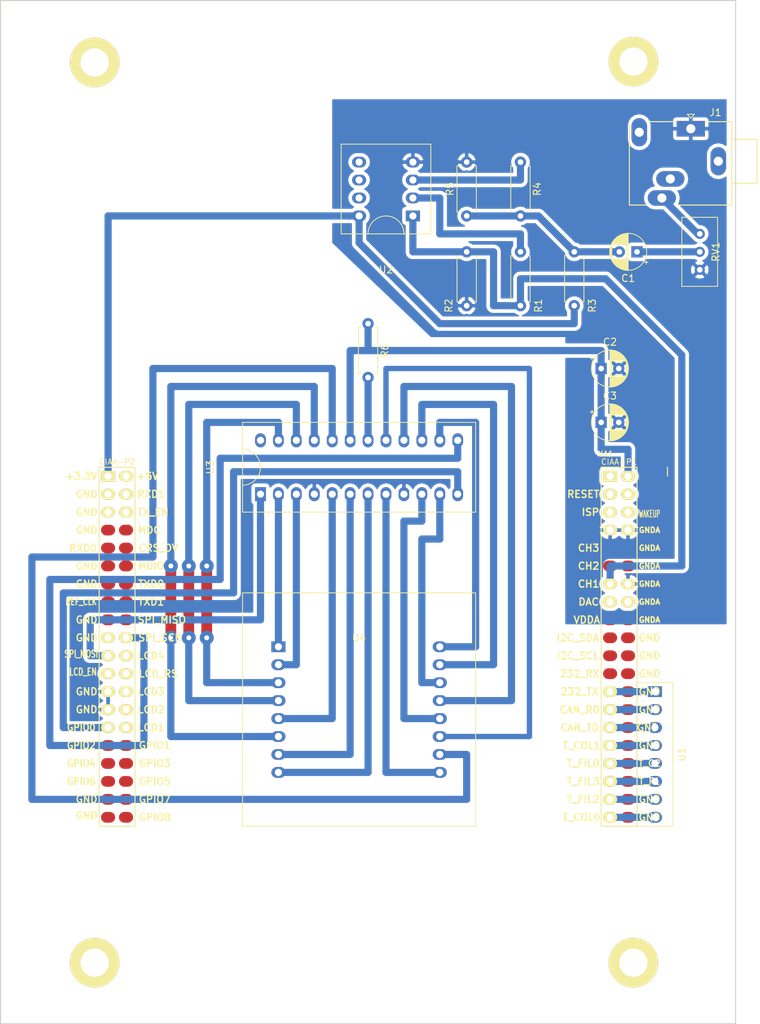
<source format=kicad_pcb>
(kicad_pcb (version 20171130) (host pcbnew 6.0.0-rc1-unknown-82f657e~66~ubuntu16.04.1)

  (general
    (thickness 1.6)
    (drawings 10)
    (tracks 148)
    (zones 0)
    (modules 16)
    (nets 39)
  )

  (page A4)
  (title_block
    (title "Poncho Mediano - Modelo - Ejemplo - Template")
    (date "lun 05 oct 2015")
    (rev 1.0)
    (company "Proyecto CIAA - COMPUTADORA INDUSTRIAL ABIERTA ARGENTINA")
    (comment 1 https://github.com/ciaa/Ponchos/tree/master/modelos/doc)
    (comment 2 "Autores y Licencia del template (Diego Brengi - UNLaM)")
    (comment 3 "Autor del poncho (COMPLETAR NOMBRE Y APELLIDO). Ver directorio \"doc\"")
    (comment 4 "CÓDIGO PONCHO:")
  )

  (layers
    (0 F.Cu signal)
    (31 B.Cu signal)
    (32 B.Adhes user)
    (33 F.Adhes user)
    (34 B.Paste user)
    (35 F.Paste user hide)
    (36 B.SilkS user)
    (37 F.SilkS user)
    (38 B.Mask user)
    (39 F.Mask user)
    (40 Dwgs.User user hide)
    (41 Cmts.User user)
    (42 Eco1.User user)
    (43 Eco2.User user)
    (44 Edge.Cuts user)
    (45 Margin user)
    (46 B.CrtYd user)
    (47 F.CrtYd user)
    (48 B.Fab user)
    (49 F.Fab user hide)
  )

  (setup
    (last_trace_width 1.016)
    (user_trace_width 0.508)
    (user_trace_width 0.635)
    (user_trace_width 0.762)
    (user_trace_width 1.016)
    (user_trace_width 1.27)
    (user_trace_width 1.524)
    (trace_clearance 0.508)
    (zone_clearance 0.508)
    (zone_45_only no)
    (trace_min 0.2)
    (via_size 0.6)
    (via_drill 0.4)
    (via_min_size 0.4)
    (via_min_drill 0.3)
    (uvia_size 0.3)
    (uvia_drill 0.1)
    (uvias_allowed no)
    (uvia_min_size 0)
    (uvia_min_drill 0)
    (edge_width 0.15)
    (segment_width 0.2)
    (pcb_text_width 0.3)
    (pcb_text_size 1.5 1.5)
    (mod_edge_width 0.15)
    (mod_text_size 0.000001 0.000001)
    (mod_text_width 0.15)
    (pad_size 1.524 2)
    (pad_drill 1.016)
    (pad_to_mask_clearance 0.2)
    (solder_mask_min_width 0.25)
    (aux_axis_origin 69.215 150.114)
    (visible_elements 7FFFFFFF)
    (pcbplotparams
      (layerselection 0x00020_80000000)
      (usegerberextensions false)
      (usegerberattributes false)
      (usegerberadvancedattributes false)
      (creategerberjobfile false)
      (excludeedgelayer false)
      (linewidth 0.100000)
      (plotframeref false)
      (viasonmask false)
      (mode 1)
      (useauxorigin false)
      (hpglpennumber 1)
      (hpglpenspeed 20)
      (hpglpendiameter 15.000000)
      (psnegative false)
      (psa4output false)
      (plotreference true)
      (plotvalue false)
      (plotinvisibletext false)
      (padsonsilk false)
      (subtractmaskfromsilk false)
      (outputformat 1)
      (mirror false)
      (drillshape 0)
      (scaleselection 1)
      (outputdirectory ""))
  )

  (net 0 "")
  (net 1 "Net-(C1-Pad1)")
  (net 2 "Net-(C1-Pad2)")
  (net 3 GNDA)
  (net 4 "Net-(J1-Pad2)")
  (net 5 /CH1)
  (net 6 "Net-(R1-Pad1)")
  (net 7 "Net-(R4-Pad1)")
  (net 8 /ISET)
  (net 9 /232_TX)
  (net 10 /CAN_RD)
  (net 11 /CAN_TD)
  (net 12 /T_COL1)
  (net 13 /T_FIL0)
  (net 14 /T_FIL3)
  (net 15 /T_FIL2)
  (net 16 /T_COL0)
  (net 17 /COL4)
  (net 18 /COL2)
  (net 19 /COL7)
  (net 20 /COL3)
  (net 21 /COL5)
  (net 22 /COL1)
  (net 23 /COL6)
  (net 24 /SPI_CLK)
  (net 25 /GPIO0)
  (net 26 /ROW6)
  (net 27 /ROW4)
  (net 28 /ROW3)
  (net 29 /ROW1)
  (net 30 /ROW5)
  (net 31 /ROW2)
  (net 32 /ROW7)
  (net 33 /SPI_MOSI)
  (net 34 /GND)
  (net 35 +5V)
  (net 36 +3.3V)
  (net 37 /COL8)
  (net 38 /ROW8)

  (net_class Default "This is the default net class."
    (clearance 0.508)
    (trace_width 0.381)
    (via_dia 0.6)
    (via_drill 0.4)
    (uvia_dia 0.3)
    (uvia_drill 0.1)
    (add_net +3.3V)
    (add_net +5V)
    (add_net /232_TX)
    (add_net /CAN_RD)
    (add_net /CAN_TD)
    (add_net /CH1)
    (add_net /COL1)
    (add_net /COL2)
    (add_net /COL3)
    (add_net /COL4)
    (add_net /COL5)
    (add_net /COL6)
    (add_net /COL7)
    (add_net /COL8)
    (add_net /GND)
    (add_net /GPIO0)
    (add_net /ISET)
    (add_net /ROW1)
    (add_net /ROW2)
    (add_net /ROW3)
    (add_net /ROW4)
    (add_net /ROW5)
    (add_net /ROW6)
    (add_net /ROW7)
    (add_net /ROW8)
    (add_net /SPI_CLK)
    (add_net /SPI_MOSI)
    (add_net /T_COL0)
    (add_net /T_COL1)
    (add_net /T_FIL0)
    (add_net /T_FIL2)
    (add_net /T_FIL3)
    (add_net GNDA)
    (add_net "Net-(C1-Pad1)")
    (add_net "Net-(C1-Pad2)")
    (add_net "Net-(J1-Pad2)")
    (add_net "Net-(R1-Pad1)")
    (add_net "Net-(R4-Pad1)")
  )

  (module Projecto:Potentiometer_Bourns (layer F.Cu) (tedit 5A3D4994) (tstamp 5BF75F87)
    (at 154.94 52.07 270)
    (descr "Potentiometer, vertical, Bourns 3296W, https://www.bourns.com/pdfs/3296.pdf")
    (tags "Potentiometer vertical Bourns 3296W")
    (path /5C16359C)
    (fp_text reference RV1 (at -2.54 -2.27 270) (layer F.SilkS)
      (effects (font (size 1 1) (thickness 0.15)))
    )
    (fp_text value 10K (at -2.54 4.73 270) (layer F.Fab)
      (effects (font (size 1 1) (thickness 0.15)))
    )
    (fp_text user %R (at -3.175 1.23 270) (layer F.Fab)
      (effects (font (size 0.91 0.91) (thickness 0.15)))
    )
    (fp_line (start 2.5 -2.7) (end -7.6 -2.7) (layer F.CrtYd) (width 0.05))
    (fp_line (start 2.5 2.7) (end 2.5 -2.7) (layer F.CrtYd) (width 0.05))
    (fp_line (start -7.6 2.7) (end 2.5 2.7) (layer F.CrtYd) (width 0.05))
    (fp_line (start -7.6 -2.7) (end -7.6 2.7) (layer F.CrtYd) (width 0.05))
    (fp_line (start 2.345 -2.53) (end 2.345 2.54) (layer F.SilkS) (width 0.12))
    (fp_line (start -7.425 -2.53) (end -7.425 2.54) (layer F.SilkS) (width 0.12))
    (fp_line (start -7.425 2.54) (end 2.345 2.54) (layer F.SilkS) (width 0.12))
    (fp_line (start -7.425 -2.53) (end 2.345 -2.53) (layer F.SilkS) (width 0.12))
    (fp_line (start 0.955 2.235) (end 0.956 0.066) (layer F.Fab) (width 0.1))
    (fp_line (start 0.955 2.235) (end 0.956 0.066) (layer F.Fab) (width 0.1))
    (fp_line (start 2.225 -2.41) (end -7.305 -2.41) (layer F.Fab) (width 0.1))
    (fp_line (start 2.225 2.42) (end 2.225 -2.41) (layer F.Fab) (width 0.1))
    (fp_line (start -7.305 2.42) (end 2.225 2.42) (layer F.Fab) (width 0.1))
    (fp_line (start -7.305 -2.41) (end -7.305 2.42) (layer F.Fab) (width 0.1))
    (fp_circle (center 0.955 1.15) (end 2.05 1.15) (layer F.Fab) (width 0.1))
    (pad 3 thru_hole circle (at -5.08 0 270) (size 1.44 1.44) (drill 0.8) (layers *.Cu *.Mask)
      (net 4 "Net-(J1-Pad2)"))
    (pad 2 thru_hole circle (at -2.54 0 270) (size 1.44 1.44) (drill 0.8) (layers *.Cu *.Mask)
      (net 1 "Net-(C1-Pad1)"))
    (pad 1 thru_hole circle (at 0 0 270) (size 1.44 1.44) (drill 0.8) (layers *.Cu *.Mask)
      (net 3 GNDA))
    (model ${KISYS3DMOD}/Potentiometer_THT.3dshapes/Potentiometer_Bourns_3296W_Vertical.wrl
      (at (xyz 0 0 0))
      (scale (xyz 1 1 1))
      (rotate (xyz 0 0 0))
    )
  )

  (module Projecto:Conn_Poncho_Personalizado (layer F.Cu) (tedit 5BF9AE27) (tstamp 5BFE3868)
    (at 142.24 81.28)
    (tags "CONN Poncho")
    (path /5BF44F34)
    (fp_text reference XA1 (at -0.635 -3.175) (layer F.SilkS)
      (effects (font (size 0.8 0.8) (thickness 0.12)))
    )
    (fp_text value Conn_Poncho2P_2x_20x2 (at -1.905 51.181) (layer F.SilkS) hide
      (effects (font (size 1.016 1.016) (thickness 0.2032)))
    )
    (fp_line (start 3.81 -1.27) (end -1.27 -1.27) (layer F.SilkS) (width 0.15))
    (fp_line (start 3.81 49.53) (end -1.27 49.53) (layer F.SilkS) (width 0.15))
    (fp_line (start 3.81 49.53) (end 3.81 -1.27) (layer F.SilkS) (width 0.15))
    (fp_line (start -1.27 49.53) (end -1.27 -1.27) (layer F.SilkS) (width 0.15))
    (fp_line (start -72.39 49.53) (end -72.39 0) (layer F.SilkS) (width 0.15))
    (fp_line (start -67.31 49.53) (end -72.39 49.53) (layer F.SilkS) (width 0.15))
    (fp_line (start -67.31 -1.27) (end -67.31 49.53) (layer F.SilkS) (width 0.15))
    (fp_line (start -72.39 -1.27) (end -67.31 -1.27) (layer F.SilkS) (width 0.15))
    (fp_line (start -72.39 0) (end -72.39 -1.27) (layer F.SilkS) (width 0.15))
    (fp_text user +3.3V (at -74.93 0) (layer F.SilkS)
      (effects (font (size 1 1) (thickness 0.2)))
    )
    (fp_line (start 8.128 0) (end 8.128 -1.27) (layer F.SilkS) (width 0.15))
    (fp_text user CIAA-P1 (at 1.27 -2.032) (layer F.SilkS)
      (effects (font (size 0.8 0.8) (thickness 0.12)))
    )
    (fp_text user CIAA-P2 (at -69.85 -2.032) (layer F.SilkS)
      (effects (font (size 0.8 0.8) (thickness 0.12)))
    )
    (fp_text user RESET (at -3.81 2.54) (layer F.SilkS)
      (effects (font (size 1 1) (thickness 0.2)))
    )
    (fp_text user ISP (at -2.794 5.08) (layer F.SilkS)
      (effects (font (size 1 1) (thickness 0.2)))
    )
    (fp_text user GNDA (at 5.588 20.32) (layer F.SilkS)
      (effects (font (size 0.76 0.76) (thickness 0.19)))
    )
    (fp_text user CH3 (at -3.048 10.16) (layer F.SilkS)
      (effects (font (size 1 1) (thickness 0.2)))
    )
    (fp_text user CH2 (at -3.048 12.7) (layer F.SilkS)
      (effects (font (size 1 1) (thickness 0.2)))
    )
    (fp_text user CH1 (at -3.048 15.24) (layer F.SilkS)
      (effects (font (size 1 1) (thickness 0.2)))
    )
    (fp_text user DAC (at -3.048 17.78) (layer F.SilkS)
      (effects (font (size 1 1) (thickness 0.2)))
    )
    (fp_text user VDDA (at -3.302 20.32) (layer F.SilkS)
      (effects (font (size 1 1) (thickness 0.2)))
    )
    (fp_text user I2C_SDA (at -4.572 22.86) (layer F.SilkS)
      (effects (font (size 1 1) (thickness 0.2)))
    )
    (fp_text user I2C_SCL (at -4.572 25.4) (layer F.SilkS)
      (effects (font (size 1 1) (thickness 0.2)))
    )
    (fp_text user 232_RX (at -4.318 27.94) (layer F.SilkS)
      (effects (font (size 1 1) (thickness 0.2)))
    )
    (fp_text user 232_TX (at -4.318 30.48) (layer F.SilkS)
      (effects (font (size 1 1) (thickness 0.2)))
    )
    (fp_text user CAN_RD (at -4.318 33.02) (layer F.SilkS)
      (effects (font (size 1 1) (thickness 0.2)))
    )
    (fp_text user CAN_TD (at -4.318 35.56) (layer F.SilkS)
      (effects (font (size 1 1) (thickness 0.2)))
    )
    (fp_text user T_COL1 (at -4.064 38.1) (layer F.SilkS)
      (effects (font (size 1 1) (thickness 0.2)))
    )
    (fp_text user T_FIL0 (at -3.81 40.64) (layer F.SilkS)
      (effects (font (size 1 1) (thickness 0.2)))
    )
    (fp_text user T_FIL3 (at -3.81 43.18) (layer F.SilkS)
      (effects (font (size 1 1) (thickness 0.2)))
    )
    (fp_text user T_FIL2 (at -3.81 45.72) (layer F.SilkS)
      (effects (font (size 1 1) (thickness 0.2)))
    )
    (fp_text user T_COL0 (at -4.064 48.26) (layer F.SilkS)
      (effects (font (size 1 1) (thickness 0.2)))
    )
    (fp_text user +5V (at -65.532 0) (layer F.SilkS)
      (effects (font (size 1 1) (thickness 0.2)))
    )
    (fp_text user GND (at -74.168 48.006) (layer F.SilkS)
      (effects (font (size 1 1) (thickness 0.2)))
    )
    (fp_text user WAKEUP (at 5.588 5.334) (layer F.SilkS)
      (effects (font (size 1 0.5) (thickness 0.125)))
    )
    (fp_text user GNDA (at 5.588 7.62) (layer F.SilkS)
      (effects (font (size 0.76 0.76) (thickness 0.19)))
    )
    (fp_text user GNDA (at 5.588 10.16) (layer F.SilkS)
      (effects (font (size 0.76 0.76) (thickness 0.19)))
    )
    (fp_text user GNDA (at 5.588 12.7) (layer F.SilkS)
      (effects (font (size 0.76 0.76) (thickness 0.19)))
    )
    (fp_text user GNDA (at 5.588 15.24) (layer F.SilkS)
      (effects (font (size 0.76 0.76) (thickness 0.19)))
    )
    (fp_text user GNDA (at 5.588 17.78) (layer F.SilkS)
      (effects (font (size 0.76 0.76) (thickness 0.19)))
    )
    (fp_text user GNDA (at 5.588 20.32) (layer F.SilkS)
      (effects (font (size 0.76 0.76) (thickness 0.19)))
    )
    (fp_text user GND (at 5.588 22.86) (layer F.SilkS)
      (effects (font (size 1 1) (thickness 0.2)))
    )
    (fp_text user GND (at 5.588 25.4) (layer F.SilkS)
      (effects (font (size 1 1) (thickness 0.2)))
    )
    (fp_text user GND (at 5.588 27.94) (layer F.SilkS)
      (effects (font (size 1 1) (thickness 0.2)))
    )
    (fp_text user GND (at 5.588 30.48) (layer F.SilkS)
      (effects (font (size 1 1) (thickness 0.2)))
    )
    (fp_text user GND (at 5.588 33.02) (layer F.SilkS)
      (effects (font (size 1 1) (thickness 0.2)))
    )
    (fp_text user GND (at 5.334 35.56) (layer F.SilkS)
      (effects (font (size 1 1) (thickness 0.2)))
    )
    (fp_text user GND (at 5.588 38.1) (layer F.SilkS)
      (effects (font (size 1 1) (thickness 0.2)))
    )
    (fp_text user T_C2 (at 5.588 40.64) (layer F.SilkS)
      (effects (font (size 0.9 0.9) (thickness 0.18)))
    )
    (fp_text user T_F1 (at 5.588 43.18) (layer F.SilkS)
      (effects (font (size 0.9 0.9) (thickness 0.18)))
    )
    (fp_text user GND (at 5.588 45.72) (layer F.SilkS)
      (effects (font (size 1 1) (thickness 0.2)))
    )
    (fp_text user GND (at 5.588 48.26) (layer F.SilkS)
      (effects (font (size 1 1) (thickness 0.2)))
    )
    (fp_text user +3.3V (at -74.93 0) (layer F.SilkS)
      (effects (font (size 1 1) (thickness 0.2)))
    )
    (fp_text user GND (at -74.168 2.54) (layer F.SilkS)
      (effects (font (size 1 1) (thickness 0.2)))
    )
    (fp_text user GND (at -74.168 5.08) (layer F.SilkS)
      (effects (font (size 1 1) (thickness 0.2)))
    )
    (fp_text user RXD0 (at -74.676 10.16) (layer F.SilkS)
      (effects (font (size 1 1) (thickness 0.2)))
    )
    (fp_text user GND (at -74.168 7.62) (layer F.SilkS)
      (effects (font (size 1 1) (thickness 0.2)))
    )
    (fp_text user GND (at -74.168 12.7) (layer F.SilkS)
      (effects (font (size 1 1) (thickness 0.2)))
    )
    (fp_text user GND (at -74.168 15.24) (layer F.SilkS)
      (effects (font (size 1 1) (thickness 0.2)))
    )
    (fp_text user REF_CLK (at -74.93 17.78) (layer F.SilkS)
      (effects (font (size 0.9 0.7) (thickness 0.175)))
    )
    (fp_text user GND (at -74.168 20.32) (layer F.SilkS)
      (effects (font (size 1 1) (thickness 0.2)))
    )
    (fp_text user GND (at -74.168 22.86) (layer F.SilkS)
      (effects (font (size 1 1) (thickness 0.2)))
    )
    (fp_text user SPI_MOSI (at -74.93 25.146) (layer F.SilkS)
      (effects (font (size 1 0.7) (thickness 0.17)))
    )
    (fp_text user LCD_EN (at -74.676 27.686) (layer F.SilkS)
      (effects (font (size 1 0.7) (thickness 0.17)))
    )
    (fp_text user GND (at -74.168 30.48) (layer F.SilkS)
      (effects (font (size 1 1) (thickness 0.2)))
    )
    (fp_text user GND (at -74.168 33.02) (layer F.SilkS)
      (effects (font (size 1 1) (thickness 0.2)))
    )
    (fp_text user GPIO0 (at -74.93 35.56) (layer F.SilkS)
      (effects (font (size 1 0.9) (thickness 0.2)))
    )
    (fp_text user GPIO2 (at -74.93 38.1) (layer F.SilkS)
      (effects (font (size 1 0.9) (thickness 0.2)))
    )
    (fp_text user GPIO4 (at -74.93 40.64) (layer F.SilkS)
      (effects (font (size 1 0.9) (thickness 0.2)))
    )
    (fp_text user GPIO6 (at -74.93 43.18) (layer F.SilkS)
      (effects (font (size 1 0.9) (thickness 0.2)))
    )
    (fp_text user GND (at -74.168 45.72) (layer F.SilkS)
      (effects (font (size 1 1) (thickness 0.2)))
    )
    (fp_text user GND (at -74.168 48.006) (layer F.SilkS)
      (effects (font (size 1 1) (thickness 0.2)))
    )
    (fp_text user +5V (at -65.532 0) (layer F.SilkS)
      (effects (font (size 1 1) (thickness 0.2)))
    )
    (fp_text user RXD1 (at -65.024 2.54) (layer F.SilkS)
      (effects (font (size 1 1) (thickness 0.2)))
    )
    (fp_text user TX_EN (at -64.77 5.08) (layer F.SilkS)
      (effects (font (size 1 1) (thickness 0.2)))
    )
    (fp_text user MDC (at -65.278 7.62) (layer F.SilkS)
      (effects (font (size 1 1) (thickness 0.2)))
    )
    (fp_text user CRS_DV (at -64.008 10.16) (layer F.SilkS)
      (effects (font (size 1 1) (thickness 0.2)))
    )
    (fp_text user MDIO (at -65.024 12.7) (layer F.SilkS)
      (effects (font (size 1 1) (thickness 0.2)))
    )
    (fp_text user TXD0 (at -65.024 15.24) (layer F.SilkS)
      (effects (font (size 1 1) (thickness 0.2)))
    )
    (fp_text user TXD1 (at -65.024 17.78) (layer F.SilkS)
      (effects (font (size 1 1) (thickness 0.2)))
    )
    (fp_text user SPI_MISO (at -63.5 20.32) (layer F.SilkS)
      (effects (font (size 1 1) (thickness 0.2)))
    )
    (fp_text user SPI_SCK (at -63.754 22.86) (layer F.SilkS)
      (effects (font (size 1 1) (thickness 0.2)))
    )
    (fp_text user LCD4 (at -65.024 25.4) (layer F.SilkS)
      (effects (font (size 1 1) (thickness 0.2)))
    )
    (fp_text user LCD_RS (at -64.008 27.94) (layer F.SilkS)
      (effects (font (size 1 1) (thickness 0.2)))
    )
    (fp_text user LCD3 (at -65.024 30.48) (layer F.SilkS)
      (effects (font (size 1 1) (thickness 0.2)))
    )
    (fp_text user LCD2 (at -65.024 33.02) (layer F.SilkS)
      (effects (font (size 1 1) (thickness 0.2)))
    )
    (fp_text user LCD1 (at -65.024 35.56) (layer F.SilkS)
      (effects (font (size 1 1) (thickness 0.2)))
    )
    (fp_text user GPIO1 (at -64.516 38.1) (layer F.SilkS)
      (effects (font (size 1 1) (thickness 0.2)))
    )
    (fp_text user GPIO3 (at -64.516 40.64) (layer F.SilkS)
      (effects (font (size 1 1) (thickness 0.2)))
    )
    (fp_text user GPIO5 (at -64.516 43.18) (layer F.SilkS)
      (effects (font (size 1 1) (thickness 0.2)))
    )
    (fp_text user GPIO7 (at -64.516 45.72) (layer F.SilkS)
      (effects (font (size 1 1) (thickness 0.2)))
    )
    (fp_text user GPIO8 (at -64.516 48.26) (layer F.SilkS)
      (effects (font (size 1 1) (thickness 0.2)))
    )
    (pad ~ thru_hole circle (at 3.302 -58.674) (size 7 7) (drill 4) (layers *.Cu *.Mask F.SilkS))
    (pad ~ thru_hole circle (at -73.025 -58.547) (size 7 7) (drill 4) (layers *.Cu *.Mask F.SilkS))
    (pad ~ thru_hole circle (at 3.302 68.834) (size 7 7) (drill 4) (layers *.Cu *.Mask F.SilkS))
    (pad ~ thru_hole circle (at -73.025 68.834) (size 7 7) (drill 4) (layers *.Cu *.Mask F.SilkS))
    (pad 80 smd oval (at -68.58 48.26 270) (size 1.524 2) (layers F.Cu F.Paste F.Mask))
    (pad 79 smd oval (at -71.12 48.26 270) (size 1.524 2) (layers F.Cu F.Paste F.Mask))
    (pad 78 smd oval (at -68.58 45.72 270) (size 1.524 2) (layers F.Cu F.Paste F.Mask))
    (pad 77 smd oval (at -71.12 45.72 270) (size 1.524 2) (layers F.Cu F.Paste F.Mask))
    (pad 76 smd oval (at -68.58 43.18 270) (size 1.524 2) (layers F.Cu F.Paste F.Mask))
    (pad 75 smd oval (at -71.12 43.18 270) (size 1.524 2) (layers F.Cu F.Paste F.Mask))
    (pad 74 smd oval (at -68.58 40.64 270) (size 1.524 2) (layers F.Cu F.Paste F.Mask))
    (pad 73 smd oval (at -71.12 40.64 270) (size 1.524 2) (layers F.Cu F.Paste F.Mask))
    (pad 72 smd oval (at -68.58 38.1 270) (size 1.524 2) (layers F.Cu F.Paste F.Mask))
    (pad 71 smd oval (at -71.12 38.1 270) (size 1.524 2) (layers F.Cu F.Paste F.Mask))
    (pad 70 thru_hole oval (at -68.58 35.56 270) (size 1.524 2) (drill 1.016) (layers *.Cu *.Mask F.SilkS))
    (pad 69 thru_hole oval (at -71.12 35.56 270) (size 1.524 2) (drill 1.016) (layers *.Cu *.Mask F.SilkS)
      (net 25 /GPIO0))
    (pad 68 thru_hole oval (at -68.58 33.02 270) (size 1.524 2) (drill 1.016) (layers *.Cu *.Mask F.SilkS))
    (pad 67 thru_hole oval (at -71.12 33.02 270) (size 1.524 2) (drill 1.016) (layers *.Cu *.Mask F.SilkS)
      (net 34 /GND))
    (pad 66 thru_hole oval (at -68.58 30.48 270) (size 1.524 2) (drill 1.016) (layers *.Cu *.Mask F.SilkS))
    (pad 65 thru_hole oval (at -71.12 30.48 270) (size 1.524 2) (drill 1.016) (layers *.Cu *.Mask F.SilkS)
      (net 34 /GND))
    (pad 64 thru_hole oval (at -68.58 27.94 270) (size 1.524 2) (drill 1.016) (layers *.Cu *.Mask F.SilkS))
    (pad 63 thru_hole oval (at -71.12 27.94 270) (size 1.524 2) (drill 1.016) (layers *.Cu *.Mask F.SilkS))
    (pad 62 thru_hole oval (at -68.58 25.4 270) (size 1.524 2) (drill 1.016) (layers *.Cu *.Mask F.SilkS))
    (pad 61 thru_hole oval (at -71.12 25.4 270) (size 1.524 2) (drill 1.016) (layers *.Cu *.Mask F.SilkS)
      (net 33 /SPI_MOSI))
    (pad 60 thru_hole oval (at -68.58 22.86 270) (size 1.524 2) (drill 1.016) (layers *.Cu *.Mask F.SilkS)
      (net 24 /SPI_CLK))
    (pad 59 thru_hole oval (at -71.12 22.86 270) (size 1.524 2) (drill 1.016) (layers *.Cu *.Mask F.SilkS))
    (pad 58 smd oval (at -68.58 20.32 270) (size 1.524 2) (layers F.Cu F.Paste F.Mask))
    (pad 57 smd oval (at -71.12 20.32 270) (size 1.524 2) (layers F.Cu F.Paste F.Mask))
    (pad 56 smd oval (at -68.58 17.78 270) (size 1.524 2) (layers F.Cu F.Paste F.Mask))
    (pad 55 smd oval (at -71.12 17.78 270) (size 1.524 2) (layers F.Cu F.Paste F.Mask))
    (pad 54 smd oval (at -68.58 15.24 270) (size 1.524 2) (layers F.Cu F.Paste F.Mask))
    (pad 53 smd oval (at -71.12 15.24 270) (size 1.524 2) (layers F.Cu F.Paste F.Mask))
    (pad 52 smd oval (at -68.58 12.7 270) (size 1.524 2) (layers F.Cu F.Paste F.Mask))
    (pad 51 smd oval (at -71.12 12.7 270) (size 1.524 2) (layers F.Cu F.Paste F.Mask))
    (pad 50 smd oval (at -68.58 10.16 270) (size 1.524 2) (layers F.Cu F.Paste F.Mask))
    (pad 49 smd oval (at -71.12 10.16 270) (size 1.524 2) (layers F.Cu F.Paste F.Mask))
    (pad 48 smd oval (at -68.58 7.62 270) (size 1.524 2) (layers F.Cu F.Paste F.Mask))
    (pad 47 smd oval (at -71.12 7.62 270) (size 1.524 2) (layers F.Cu F.Paste F.Mask))
    (pad 46 thru_hole oval (at -68.58 5.08 270) (size 1.524 2) (drill 1.016) (layers *.Cu *.Mask F.SilkS))
    (pad 45 thru_hole oval (at -71.12 5.08 270) (size 1.524 2) (drill 1.016) (layers *.Cu *.Mask F.SilkS))
    (pad 44 thru_hole oval (at -68.58 2.54 270) (size 1.524 2) (drill 1.016) (layers *.Cu *.Mask F.SilkS))
    (pad 43 thru_hole oval (at -71.12 2.54 270) (size 1.524 2) (drill 1.016) (layers *.Cu *.Mask F.SilkS))
    (pad 42 thru_hole oval (at -68.58 0 270) (size 1.524 2) (drill 1.016) (layers *.Cu *.Mask F.SilkS))
    (pad 41 thru_hole rect (at -71.12 0 270) (size 1.524 2) (drill 1.016) (layers *.Cu *.Mask F.SilkS)
      (net 36 +3.3V))
    (pad 30 smd oval (at 2.54 35.56 270) (size 1.524 2) (layers F.Cu F.Paste F.Mask))
    (pad 40 smd oval (at 2.54 48.26 270) (size 1.524 2) (layers F.Cu F.Paste F.Mask))
    (pad 39 thru_hole oval (at 0 48.26 270) (size 1.524 2) (drill 1.016) (layers *.Cu *.Mask F.SilkS)
      (net 16 /T_COL0))
    (pad 9 smd oval (at 0 10.16 270) (size 1.524 2) (layers F.Cu F.Paste F.Mask))
    (pad 7 thru_hole oval (at 0 7.62 270) (size 1.524 2) (drill 1.016) (layers *.Cu *.Mask F.SilkS)
      (net 3 GNDA))
    (pad 5 thru_hole oval (at 0 5.08 270) (size 1.524 2) (drill 1.016) (layers *.Cu *.Mask F.SilkS))
    (pad 3 thru_hole oval (at 0 2.54 270) (size 1.524 2) (drill 1.016) (layers *.Cu *.Mask F.SilkS))
    (pad 37 thru_hole oval (at 0 45.72 270) (size 1.524 2) (drill 1.016) (layers *.Cu *.Mask F.SilkS)
      (net 15 /T_FIL2))
    (pad 35 thru_hole oval (at 0 43.18 270) (size 1.524 2) (drill 1.016) (layers *.Cu *.Mask F.SilkS)
      (net 14 /T_FIL3))
    (pad 38 smd oval (at 2.54 45.72 270) (size 1.524 2) (layers F.Cu F.Paste F.Mask))
    (pad 36 smd oval (at 2.54 43.18 270) (size 1.524 2) (layers F.Cu F.Paste F.Mask))
    (pad 34 smd oval (at 2.54 40.64 270) (size 1.524 2) (layers F.Cu F.Paste F.Mask))
    (pad 32 smd oval (at 2.54 38.1 270) (size 1.524 2) (layers F.Cu F.Paste F.Mask))
    (pad 28 smd oval (at 2.54 33.02 270) (size 1.524 2) (layers F.Cu F.Paste F.Mask))
    (pad 33 thru_hole oval (at 0 40.64 270) (size 1.524 2) (drill 1.016) (layers *.Cu *.Mask F.SilkS)
      (net 13 /T_FIL0))
    (pad 26 smd oval (at 2.54 30.48 270) (size 1.524 2) (layers F.Cu F.Paste F.Mask))
    (pad 24 smd oval (at 2.54 27.94 270) (size 1.524 2) (layers F.Cu F.Paste F.Mask))
    (pad 31 thru_hole oval (at 0 38.1 270) (size 1.524 2) (drill 1.016) (layers *.Cu *.Mask F.SilkS)
      (net 12 /T_COL1))
    (pad 22 smd oval (at 2.54 25.4 270) (size 1.524 2) (layers F.Cu F.Paste F.Mask))
    (pad 29 thru_hole oval (at 0 35.56 270) (size 1.524 2) (drill 1.016) (layers *.Cu *.Mask F.SilkS)
      (net 11 /CAN_TD))
    (pad 20 smd oval (at 2.54 22.86 270) (size 1.524 2) (layers F.Cu F.Paste F.Mask))
    (pad 27 thru_hole oval (at 0 33.02 270) (size 1.524 2) (drill 1.016) (layers *.Cu *.Mask F.SilkS)
      (net 10 /CAN_RD))
    (pad 18 smd oval (at 2.54 20.32 270) (size 1.524 2) (layers F.Cu F.Paste F.Mask))
    (pad 25 thru_hole oval (at 0 30.48 270) (size 1.524 2) (drill 1.016) (layers *.Cu *.Mask F.SilkS)
      (net 9 /232_TX))
    (pad 16 thru_hole oval (at 2.54 17.78 270) (size 1.524 2) (drill 1.016) (layers *.Cu *.Mask F.SilkS))
    (pad 23 smd oval (at 0 27.94 270) (size 1.524 2) (layers F.Cu F.Paste F.Mask))
    (pad 14 thru_hole oval (at 2.54 15.24 270) (size 1.524 2) (drill 1.016) (layers *.Cu *.Mask F.SilkS)
      (net 3 GNDA))
    (pad 21 smd oval (at 0 25.4 270) (size 1.524 2) (layers F.Cu F.Paste F.Mask))
    (pad 12 smd oval (at 2.54 12.7 270) (size 1.524 2) (layers F.Cu F.Paste F.Mask))
    (pad 19 smd oval (at 0 22.86 270) (size 1.524 2) (layers F.Cu F.Paste F.Mask))
    (pad 10 smd oval (at 2.54 10.16 270) (size 1.524 2) (layers F.Cu F.Paste F.Mask))
    (pad 17 smd oval (at 0 20.32 270) (size 1.524 2) (layers F.Cu F.Paste F.Mask))
    (pad 8 thru_hole oval (at 2.54 7.62 270) (size 1.524 2) (drill 1.016) (layers *.Cu *.Mask F.SilkS)
      (net 3 GNDA))
    (pad 15 thru_hole oval (at 0 17.78 270) (size 1.524 2) (drill 1.016) (layers *.Cu *.Mask F.SilkS))
    (pad 6 thru_hole oval (at 2.54 5.08 270) (size 1.524 2) (drill 1.016) (layers *.Cu *.Mask F.SilkS))
    (pad 13 thru_hole oval (at 0 15.24 270) (size 1.524 2) (drill 1.016) (layers *.Cu *.Mask F.SilkS)
      (net 5 /CH1))
    (pad 4 thru_hole oval (at 2.54 2.54 270) (size 1.524 2) (drill 1.016) (layers *.Cu *.Mask F.SilkS))
    (pad 11 smd oval (at 0 12.7 270) (size 1.524 2) (layers F.Cu F.Paste F.Mask))
    (pad 2 thru_hole oval (at 2.54 0 270) (size 1.524 2) (drill 1.016) (layers *.Cu *.Mask F.SilkS)
      (net 35 +5V))
    (pad 1 thru_hole rect (at 0 0 270) (size 1.524 2) (drill 1.016) (layers *.Cu *.Mask F.SilkS))
  )

  (module Projecto:OPA2350PA (layer F.Cu) (tedit 5BF99EDA) (tstamp 5BF6FB21)
    (at 110.49 40.64 180)
    (path /5BF4C651)
    (fp_text reference U2 (at 0 -11.43 180) (layer F.SilkS)
      (effects (font (size 1 1) (thickness 0.15)))
    )
    (fp_text value opa2350pa (at 0 -8.89 180) (layer F.Fab)
      (effects (font (size 1 1) (thickness 0.15)))
    )
    (fp_arc (start 0 -6.35) (end -2.54 -6.35) (angle -180) (layer F.SilkS) (width 0.12))
    (fp_line (start 6.35 -6.35) (end -6.35 -6.35) (layer F.SilkS) (width 0.12))
    (fp_line (start 6.35 6.35) (end 6.35 -6.35) (layer F.SilkS) (width 0.12))
    (fp_line (start -6.35 6.35) (end 6.35 6.35) (layer F.SilkS) (width 0.12))
    (fp_line (start -6.35 -6.35) (end -6.35 6.35) (layer F.SilkS) (width 0.12))
    (pad 5 thru_hole oval (at 3.81 3.81 180) (size 2 1.524) (drill 1.016) (layers *.Cu *.Mask))
    (pad 6 thru_hole oval (at 3.81 1.27 180) (size 2 1.524) (drill 1.016) (layers *.Cu *.Mask))
    (pad 7 thru_hole oval (at 3.81 -1.27 180) (size 2 1.524) (drill 1.016) (layers *.Cu *.Mask))
    (pad 8 thru_hole oval (at 3.81 -3.81 180) (size 2 1.524) (drill 1.016) (layers *.Cu *.Mask)
      (net 36 +3.3V))
    (pad 4 thru_hole oval (at -3.81 3.81 180) (size 2 1.524) (drill 1.016) (layers *.Cu *.Mask)
      (net 3 GNDA))
    (pad 3 thru_hole oval (at -3.81 1.27 180) (size 2 1.524) (drill 1.016) (layers *.Cu *.Mask)
      (net 7 "Net-(R4-Pad1)"))
    (pad 1 thru_hole rect (at -3.81 -3.81 180) (size 2 1.524) (drill 1.016) (layers *.Cu *.Mask)
      (net 5 /CH1))
    (pad 2 thru_hole oval (at -3.81 -1.27 180) (size 2 1.524) (drill 1.016) (layers *.Cu *.Mask)
      (net 6 "Net-(R1-Pad1)"))
  )

  (module Projecto:MAX7219 (layer F.Cu) (tedit 5BF99E67) (tstamp 5BF784C4)
    (at 106.68 80.01 90)
    (path /5BF4B9E6)
    (fp_text reference U3 (at 0 -21.09 90) (layer F.SilkS)
      (effects (font (size 1 1) (thickness 0.15)))
    )
    (fp_text value MAX7219 (at 0 -19.05 90) (layer F.Fab)
      (effects (font (size 1 1) (thickness 0.15)))
    )
    (fp_arc (start 0 -16.51) (end -2.54 -16.51) (angle -180) (layer F.SilkS) (width 0.12))
    (fp_line (start -6.35 -16.51) (end -6.35 16.51) (layer F.SilkS) (width 0.12))
    (fp_line (start 6.35 -16.51) (end -6.35 -16.51) (layer F.SilkS) (width 0.12))
    (fp_line (start 6.35 16.51) (end 6.35 -16.51) (layer F.SilkS) (width 0.12))
    (fp_line (start -6.35 16.51) (end 6.35 16.51) (layer F.SilkS) (width 0.12))
    (pad 24 thru_hole oval (at 3.81 -13.97 90) (size 2 1.524) (drill 1.016) (layers *.Cu *.Mask))
    (pad 23 thru_hole oval (at 3.81 -11.43 90) (size 2 1.524) (drill 1.016) (layers *.Cu *.Mask)
      (net 18 /COL2))
    (pad 22 thru_hole oval (at 3.81 -8.89 90) (size 2 1.524) (drill 1.016) (layers *.Cu *.Mask)
      (net 20 /COL3))
    (pad 21 thru_hole oval (at 3.81 -6.35 90) (size 2 1.524) (drill 1.016) (layers *.Cu *.Mask)
      (net 21 /COL5))
    (pad 20 thru_hole oval (at 3.81 -3.81 90) (size 2 1.524) (drill 1.016) (layers *.Cu *.Mask)
      (net 17 /COL4))
    (pad 19 thru_hole oval (at 3.81 -1.27 90) (size 2 1.524) (drill 1.016) (layers *.Cu *.Mask)
      (net 35 +5V))
    (pad 18 thru_hole oval (at 3.81 1.27 90) (size 2 1.524) (drill 1.016) (layers *.Cu *.Mask)
      (net 8 /ISET))
    (pad 17 thru_hole oval (at 3.81 3.81 90) (size 2 1.524) (drill 1.016) (layers *.Cu *.Mask)
      (net 23 /COL6))
    (pad 16 thru_hole oval (at 3.81 6.35 90) (size 2 1.524) (drill 1.016) (layers *.Cu *.Mask)
      (net 22 /COL1))
    (pad 15 thru_hole oval (at 3.81 8.89 90) (size 2 1.524) (drill 1.016) (layers *.Cu *.Mask)
      (net 19 /COL7))
    (pad 14 thru_hole oval (at 3.81 11.43 90) (size 2 1.524) (drill 1.016) (layers *.Cu *.Mask)
      (net 37 /COL8))
    (pad 13 thru_hole oval (at 3.81 13.97 90) (size 2 1.524) (drill 1.016) (layers *.Cu *.Mask)
      (net 24 /SPI_CLK))
    (pad 12 thru_hole oval (at -3.81 13.97 90) (size 2 1.524) (drill 1.016) (layers *.Cu *.Mask)
      (net 25 /GPIO0))
    (pad 11 thru_hole oval (at -3.81 11.43 90) (size 2 1.524) (drill 1.016) (layers *.Cu *.Mask)
      (net 31 /ROW2))
    (pad 10 thru_hole oval (at -3.81 8.89 90) (size 2 1.524) (drill 1.016) (layers *.Cu *.Mask)
      (net 27 /ROW4))
    (pad 9 thru_hole oval (at -3.81 6.35 90) (size 2 1.524) (drill 1.016) (layers *.Cu *.Mask)
      (net 34 /GND))
    (pad 8 thru_hole oval (at -3.81 3.81 90) (size 2 1.524) (drill 1.016) (layers *.Cu *.Mask)
      (net 29 /ROW1))
    (pad 7 thru_hole oval (at -3.81 1.27 90) (size 2 1.524) (drill 1.016) (layers *.Cu *.Mask)
      (net 28 /ROW3))
    (pad 6 thru_hole oval (at -3.81 -1.27 90) (size 2 1.524) (drill 1.016) (layers *.Cu *.Mask)
      (net 26 /ROW6))
    (pad 5 thru_hole oval (at -3.81 -3.81 90) (size 2 1.524) (drill 1.016) (layers *.Cu *.Mask)
      (net 38 /ROW8))
    (pad 4 thru_hole oval (at -3.81 -6.35 90) (size 2 1.524) (drill 1.016) (layers *.Cu *.Mask)
      (net 34 /GND))
    (pad 3 thru_hole oval (at -3.81 -8.89 90) (size 2 1.524) (drill 1.016) (layers *.Cu *.Mask)
      (net 32 /ROW7))
    (pad 1 thru_hole rect (at -3.81 -13.97 90) (size 2 1.524) (drill 1.016) (layers *.Cu *.Mask)
      (net 33 /SPI_MOSI))
    (pad 2 thru_hole oval (at -3.81 -11.43 90) (size 2 1.524) (drill 1.016) (layers *.Cu *.Mask)
      (net 30 /ROW5))
  )

  (module Projecto:Matriz_8x8 (layer F.Cu) (tedit 5BF99D92) (tstamp 5BF6FB5A)
    (at 106.68 114.3)
    (path /5BF4B00E)
    (fp_text reference U4 (at 0 -10.16) (layer F.SilkS)
      (effects (font (size 1 1) (thickness 0.15)))
    )
    (fp_text value MatrixLed8x8 (at 0 -7.62) (layer F.Fab)
      (effects (font (size 1 1) (thickness 0.15)))
    )
    (fp_line (start -16.51 16.51) (end -16.51 -16.51) (layer F.SilkS) (width 0.12))
    (fp_line (start 16.51 16.51) (end -16.51 16.51) (layer F.SilkS) (width 0.12))
    (fp_line (start 16.51 -16.51) (end 16.51 16.51) (layer F.SilkS) (width 0.12))
    (fp_line (start -16.51 -16.51) (end 16.51 -16.51) (layer F.SilkS) (width 0.12))
    (pad 9 thru_hole oval (at 11.43 8.89) (size 2 1.524) (drill 1.016) (layers *.Cu *.Mask)
      (net 29 /ROW1))
    (pad 10 thru_hole oval (at 11.43 6.35) (size 2 1.524) (drill 1.016) (layers *.Cu *.Mask)
      (net 17 /COL4))
    (pad 11 thru_hole oval (at 11.43 3.81) (size 2 1.524) (drill 1.016) (layers *.Cu *.Mask)
      (net 23 /COL6))
    (pad 12 thru_hole oval (at 11.43 1.27) (size 2 1.524) (drill 1.016) (layers *.Cu *.Mask)
      (net 27 /ROW4))
    (pad 13 thru_hole oval (at 11.43 -1.27) (size 2 1.524) (drill 1.016) (layers *.Cu *.Mask)
      (net 22 /COL1))
    (pad 16 thru_hole oval (at 11.43 -8.89) (size 2 1.524) (drill 1.016) (layers *.Cu *.Mask)
      (net 37 /COL8))
    (pad 15 thru_hole oval (at 11.43 -6.35) (size 2 1.524) (drill 1.016) (layers *.Cu *.Mask)
      (net 19 /COL7))
    (pad 14 thru_hole oval (at 11.43 -3.81) (size 2 1.524) (drill 1.016) (layers *.Cu *.Mask)
      (net 31 /ROW2))
    (pad 8 thru_hole oval (at -11.43 8.89) (size 2 1.524) (drill 1.016) (layers *.Cu *.Mask)
      (net 28 /ROW3))
    (pad 7 thru_hole oval (at -11.43 6.35) (size 2 1.524) (drill 1.016) (layers *.Cu *.Mask)
      (net 26 /ROW6))
    (pad 6 thru_hole oval (at -11.43 3.81) (size 2 1.524) (drill 1.016) (layers *.Cu *.Mask)
      (net 21 /COL5))
    (pad 5 thru_hole oval (at -11.43 1.27) (size 2 1.524) (drill 1.016) (layers *.Cu *.Mask)
      (net 38 /ROW8))
    (pad 4 thru_hole oval (at -11.43 -1.27) (size 2 1.524) (drill 1.016) (layers *.Cu *.Mask)
      (net 20 /COL3))
    (pad 3 thru_hole oval (at -11.43 -3.81) (size 2 1.524) (drill 1.016) (layers *.Cu *.Mask)
      (net 18 /COL2))
    (pad 2 thru_hole oval (at -11.43 -6.35) (size 2 1.524) (drill 1.016) (layers *.Cu *.Mask)
      (net 32 /ROW7))
    (pad 1 thru_hole rect (at -11.43 -8.89) (size 2 1.524) (drill 1.016) (layers *.Cu *.Mask)
      (net 30 /ROW5))
  )

  (module Projecto:conn_teclado4x4 (layer F.Cu) (tedit 5BF99BC4) (tstamp 5BF6FB10)
    (at 148.59 120.65 270)
    (path /5BFB17EC)
    (fp_text reference U1 (at 0 -3.81 270) (layer F.SilkS)
      (effects (font (size 1 1) (thickness 0.15)))
    )
    (fp_text value conn_teclado_4x4 (at 0 -6.35 270) (layer F.Fab)
      (effects (font (size 1 1) (thickness 0.15)))
    )
    (fp_line (start 10.16 -2.54) (end -10.16 -2.54) (layer F.SilkS) (width 0.12))
    (fp_line (start 10.16 2.54) (end 10.16 -2.54) (layer F.SilkS) (width 0.12))
    (fp_line (start -10.16 2.54) (end 10.16 2.54) (layer F.SilkS) (width 0.12))
    (fp_line (start -10.16 -2.54) (end -10.16 2.54) (layer F.SilkS) (width 0.12))
    (pad 8 thru_hole oval (at 8.89 0 270) (size 1.524 2) (drill 1.016) (layers *.Cu *.Mask)
      (net 16 /T_COL0))
    (pad 7 thru_hole oval (at 6.35 0 270) (size 1.524 2) (drill 1.016) (layers *.Cu *.Mask)
      (net 15 /T_FIL2))
    (pad 6 thru_hole oval (at 3.81 0 270) (size 1.524 2) (drill 1.016) (layers *.Cu *.Mask)
      (net 14 /T_FIL3))
    (pad 5 thru_hole oval (at 1.27 0 270) (size 1.524 2) (drill 1.016) (layers *.Cu *.Mask)
      (net 13 /T_FIL0))
    (pad 4 thru_hole oval (at -1.27 0 270) (size 1.524 2) (drill 1.016) (layers *.Cu *.Mask)
      (net 12 /T_COL1))
    (pad 3 thru_hole oval (at -3.81 0 270) (size 1.524 2) (drill 1.016) (layers *.Cu *.Mask)
      (net 11 /CAN_TD))
    (pad 2 thru_hole oval (at -6.35 0 270) (size 1.524 2) (drill 1.016) (layers *.Cu *.Mask)
      (net 10 /CAN_RD))
    (pad 1 thru_hole rect (at -8.89 0 270) (size 1.524 2) (drill 1.016) (layers *.Cu *.Mask)
      (net 9 /232_TX))
  )

  (module Projecto:Resistor (layer F.Cu) (tedit 5BF600AD) (tstamp 5BF6FADD)
    (at 107.95 59.69 270)
    (path /5C2B9D21)
    (fp_text reference R6 (at 3.81 -2.37 270) (layer F.SilkS)
      (effects (font (size 1 1) (thickness 0.15)))
    )
    (fp_text value 10K (at 3.81 2.37 270) (layer F.Fab)
      (effects (font (size 1 1) (thickness 0.15)))
    )
    (fp_line (start 8.67 -1.5) (end -1.05 -1.5) (layer F.CrtYd) (width 0.05))
    (fp_line (start 8.67 1.5) (end 8.67 -1.5) (layer F.CrtYd) (width 0.05))
    (fp_line (start -1.05 1.5) (end 8.67 1.5) (layer F.CrtYd) (width 0.05))
    (fp_line (start -1.05 -1.5) (end -1.05 1.5) (layer F.CrtYd) (width 0.05))
    (fp_line (start 7.08 1.37) (end 7.08 1.04) (layer F.SilkS) (width 0.12))
    (fp_line (start 0.54 1.37) (end 7.08 1.37) (layer F.SilkS) (width 0.12))
    (fp_line (start 0.54 1.04) (end 0.54 1.37) (layer F.SilkS) (width 0.12))
    (fp_line (start 7.08 -1.37) (end 7.08 -1.04) (layer F.SilkS) (width 0.12))
    (fp_line (start 0.54 -1.37) (end 7.08 -1.37) (layer F.SilkS) (width 0.12))
    (fp_line (start 0.54 -1.04) (end 0.54 -1.37) (layer F.SilkS) (width 0.12))
    (fp_line (start 7.62 0) (end 6.96 0) (layer F.Fab) (width 0.1))
    (fp_line (start 0 0) (end 0.66 0) (layer F.Fab) (width 0.1))
    (fp_line (start 6.96 -1.25) (end 0.66 -1.25) (layer F.Fab) (width 0.1))
    (fp_line (start 6.96 1.25) (end 6.96 -1.25) (layer F.Fab) (width 0.1))
    (fp_line (start 0.66 1.25) (end 6.96 1.25) (layer F.Fab) (width 0.1))
    (fp_line (start 0.66 -1.25) (end 0.66 1.25) (layer F.Fab) (width 0.1))
    (pad 2 thru_hole oval (at 7.62 0 270) (size 1.6 1.6) (drill 0.8) (layers *.Cu *.Mask)
      (net 8 /ISET))
    (pad 1 thru_hole circle (at 0 0 270) (size 1.6 1.6) (drill 0.8) (layers *.Cu *.Mask)
      (net 35 +5V))
    (model ${KISYS3DMOD}/Resistor_THT.3dshapes/R_Axial_DIN0207_L6.3mm_D2.5mm_P7.62mm_Horizontal.wrl
      (at (xyz 0 0 0))
      (scale (xyz 1 1 1))
      (rotate (xyz 0 0 0))
    )
  )

  (module Projecto:Resistor (layer F.Cu) (tedit 5BF600AD) (tstamp 5BF6FAC7)
    (at 121.92 44.45 90)
    (path /5C146F75)
    (fp_text reference R5 (at 3.81 -2.37 90) (layer F.SilkS)
      (effects (font (size 1 1) (thickness 0.15)))
    )
    (fp_text value 2.7K (at 3.81 2.37 90) (layer F.Fab)
      (effects (font (size 1 1) (thickness 0.15)))
    )
    (fp_line (start 0.66 -1.25) (end 0.66 1.25) (layer F.Fab) (width 0.1))
    (fp_line (start 0.66 1.25) (end 6.96 1.25) (layer F.Fab) (width 0.1))
    (fp_line (start 6.96 1.25) (end 6.96 -1.25) (layer F.Fab) (width 0.1))
    (fp_line (start 6.96 -1.25) (end 0.66 -1.25) (layer F.Fab) (width 0.1))
    (fp_line (start 0 0) (end 0.66 0) (layer F.Fab) (width 0.1))
    (fp_line (start 7.62 0) (end 6.96 0) (layer F.Fab) (width 0.1))
    (fp_line (start 0.54 -1.04) (end 0.54 -1.37) (layer F.SilkS) (width 0.12))
    (fp_line (start 0.54 -1.37) (end 7.08 -1.37) (layer F.SilkS) (width 0.12))
    (fp_line (start 7.08 -1.37) (end 7.08 -1.04) (layer F.SilkS) (width 0.12))
    (fp_line (start 0.54 1.04) (end 0.54 1.37) (layer F.SilkS) (width 0.12))
    (fp_line (start 0.54 1.37) (end 7.08 1.37) (layer F.SilkS) (width 0.12))
    (fp_line (start 7.08 1.37) (end 7.08 1.04) (layer F.SilkS) (width 0.12))
    (fp_line (start -1.05 -1.5) (end -1.05 1.5) (layer F.CrtYd) (width 0.05))
    (fp_line (start -1.05 1.5) (end 8.67 1.5) (layer F.CrtYd) (width 0.05))
    (fp_line (start 8.67 1.5) (end 8.67 -1.5) (layer F.CrtYd) (width 0.05))
    (fp_line (start 8.67 -1.5) (end -1.05 -1.5) (layer F.CrtYd) (width 0.05))
    (pad 1 thru_hole circle (at 0 0 90) (size 1.6 1.6) (drill 0.8) (layers *.Cu *.Mask)
      (net 2 "Net-(C1-Pad2)"))
    (pad 2 thru_hole oval (at 7.62 0 90) (size 1.6 1.6) (drill 0.8) (layers *.Cu *.Mask)
      (net 3 GNDA))
    (model ${KISYS3DMOD}/Resistor_THT.3dshapes/R_Axial_DIN0207_L6.3mm_D2.5mm_P7.62mm_Horizontal.wrl
      (at (xyz 0 0 0))
      (scale (xyz 1 1 1))
      (rotate (xyz 0 0 0))
    )
  )

  (module Projecto:Resistor (layer F.Cu) (tedit 5BF600AD) (tstamp 5BF6FAB1)
    (at 129.54 36.83 270)
    (path /5C14C23E)
    (fp_text reference R4 (at 3.81 -2.37 270) (layer F.SilkS)
      (effects (font (size 1 1) (thickness 0.15)))
    )
    (fp_text value 4.7K (at 3.81 2.37 270) (layer F.Fab)
      (effects (font (size 1 1) (thickness 0.15)))
    )
    (fp_line (start 8.67 -1.5) (end -1.05 -1.5) (layer F.CrtYd) (width 0.05))
    (fp_line (start 8.67 1.5) (end 8.67 -1.5) (layer F.CrtYd) (width 0.05))
    (fp_line (start -1.05 1.5) (end 8.67 1.5) (layer F.CrtYd) (width 0.05))
    (fp_line (start -1.05 -1.5) (end -1.05 1.5) (layer F.CrtYd) (width 0.05))
    (fp_line (start 7.08 1.37) (end 7.08 1.04) (layer F.SilkS) (width 0.12))
    (fp_line (start 0.54 1.37) (end 7.08 1.37) (layer F.SilkS) (width 0.12))
    (fp_line (start 0.54 1.04) (end 0.54 1.37) (layer F.SilkS) (width 0.12))
    (fp_line (start 7.08 -1.37) (end 7.08 -1.04) (layer F.SilkS) (width 0.12))
    (fp_line (start 0.54 -1.37) (end 7.08 -1.37) (layer F.SilkS) (width 0.12))
    (fp_line (start 0.54 -1.04) (end 0.54 -1.37) (layer F.SilkS) (width 0.12))
    (fp_line (start 7.62 0) (end 6.96 0) (layer F.Fab) (width 0.1))
    (fp_line (start 0 0) (end 0.66 0) (layer F.Fab) (width 0.1))
    (fp_line (start 6.96 -1.25) (end 0.66 -1.25) (layer F.Fab) (width 0.1))
    (fp_line (start 6.96 1.25) (end 6.96 -1.25) (layer F.Fab) (width 0.1))
    (fp_line (start 0.66 1.25) (end 6.96 1.25) (layer F.Fab) (width 0.1))
    (fp_line (start 0.66 -1.25) (end 0.66 1.25) (layer F.Fab) (width 0.1))
    (pad 2 thru_hole oval (at 7.62 0 270) (size 1.6 1.6) (drill 0.8) (layers *.Cu *.Mask)
      (net 2 "Net-(C1-Pad2)"))
    (pad 1 thru_hole circle (at 0 0 270) (size 1.6 1.6) (drill 0.8) (layers *.Cu *.Mask)
      (net 7 "Net-(R4-Pad1)"))
    (model ${KISYS3DMOD}/Resistor_THT.3dshapes/R_Axial_DIN0207_L6.3mm_D2.5mm_P7.62mm_Horizontal.wrl
      (at (xyz 0 0 0))
      (scale (xyz 1 1 1))
      (rotate (xyz 0 0 0))
    )
  )

  (module Projecto:Resistor (layer F.Cu) (tedit 5BF600AD) (tstamp 5BF6FA9B)
    (at 137.16 57.15 90)
    (path /5C140F9E)
    (fp_text reference R3 (at 0 2.54 90) (layer F.SilkS)
      (effects (font (size 1 1) (thickness 0.15)))
    )
    (fp_text value 5.6K (at 5.08 2.37 90) (layer F.Fab)
      (effects (font (size 1 1) (thickness 0.15)))
    )
    (fp_line (start 0.66 -1.25) (end 0.66 1.25) (layer F.Fab) (width 0.1))
    (fp_line (start 0.66 1.25) (end 6.96 1.25) (layer F.Fab) (width 0.1))
    (fp_line (start 6.96 1.25) (end 6.96 -1.25) (layer F.Fab) (width 0.1))
    (fp_line (start 6.96 -1.25) (end 0.66 -1.25) (layer F.Fab) (width 0.1))
    (fp_line (start 0 0) (end 0.66 0) (layer F.Fab) (width 0.1))
    (fp_line (start 7.62 0) (end 6.96 0) (layer F.Fab) (width 0.1))
    (fp_line (start 0.54 -1.04) (end 0.54 -1.37) (layer F.SilkS) (width 0.12))
    (fp_line (start 0.54 -1.37) (end 7.08 -1.37) (layer F.SilkS) (width 0.12))
    (fp_line (start 7.08 -1.37) (end 7.08 -1.04) (layer F.SilkS) (width 0.12))
    (fp_line (start 0.54 1.04) (end 0.54 1.37) (layer F.SilkS) (width 0.12))
    (fp_line (start 0.54 1.37) (end 7.08 1.37) (layer F.SilkS) (width 0.12))
    (fp_line (start 7.08 1.37) (end 7.08 1.04) (layer F.SilkS) (width 0.12))
    (fp_line (start -1.05 -1.5) (end -1.05 1.5) (layer F.CrtYd) (width 0.05))
    (fp_line (start -1.05 1.5) (end 8.67 1.5) (layer F.CrtYd) (width 0.05))
    (fp_line (start 8.67 1.5) (end 8.67 -1.5) (layer F.CrtYd) (width 0.05))
    (fp_line (start 8.67 -1.5) (end -1.05 -1.5) (layer F.CrtYd) (width 0.05))
    (pad 1 thru_hole circle (at 0 0 90) (size 1.6 1.6) (drill 0.8) (layers *.Cu *.Mask)
      (net 36 +3.3V))
    (pad 2 thru_hole oval (at 7.62 0 90) (size 1.6 1.6) (drill 0.8) (layers *.Cu *.Mask)
      (net 2 "Net-(C1-Pad2)"))
    (model ${KISYS3DMOD}/Resistor_THT.3dshapes/R_Axial_DIN0207_L6.3mm_D2.5mm_P7.62mm_Horizontal.wrl
      (at (xyz 0 0 0))
      (scale (xyz 1 1 1))
      (rotate (xyz 0 0 0))
    )
  )

  (module Projecto:Resistor (layer F.Cu) (tedit 5BF600AD) (tstamp 5BF6FA85)
    (at 121.92 49.53 270)
    (path /5C1516D1)
    (fp_text reference R2 (at 7.62 2.54 270) (layer F.SilkS)
      (effects (font (size 1 1) (thickness 0.15)))
    )
    (fp_text value 4.7K (at 2.54 2.37 270) (layer F.Fab)
      (effects (font (size 1 1) (thickness 0.15)))
    )
    (fp_line (start 0.66 -1.25) (end 0.66 1.25) (layer F.Fab) (width 0.1))
    (fp_line (start 0.66 1.25) (end 6.96 1.25) (layer F.Fab) (width 0.1))
    (fp_line (start 6.96 1.25) (end 6.96 -1.25) (layer F.Fab) (width 0.1))
    (fp_line (start 6.96 -1.25) (end 0.66 -1.25) (layer F.Fab) (width 0.1))
    (fp_line (start 0 0) (end 0.66 0) (layer F.Fab) (width 0.1))
    (fp_line (start 7.62 0) (end 6.96 0) (layer F.Fab) (width 0.1))
    (fp_line (start 0.54 -1.04) (end 0.54 -1.37) (layer F.SilkS) (width 0.12))
    (fp_line (start 0.54 -1.37) (end 7.08 -1.37) (layer F.SilkS) (width 0.12))
    (fp_line (start 7.08 -1.37) (end 7.08 -1.04) (layer F.SilkS) (width 0.12))
    (fp_line (start 0.54 1.04) (end 0.54 1.37) (layer F.SilkS) (width 0.12))
    (fp_line (start 0.54 1.37) (end 7.08 1.37) (layer F.SilkS) (width 0.12))
    (fp_line (start 7.08 1.37) (end 7.08 1.04) (layer F.SilkS) (width 0.12))
    (fp_line (start -1.05 -1.5) (end -1.05 1.5) (layer F.CrtYd) (width 0.05))
    (fp_line (start -1.05 1.5) (end 8.67 1.5) (layer F.CrtYd) (width 0.05))
    (fp_line (start 8.67 1.5) (end 8.67 -1.5) (layer F.CrtYd) (width 0.05))
    (fp_line (start 8.67 -1.5) (end -1.05 -1.5) (layer F.CrtYd) (width 0.05))
    (pad 1 thru_hole circle (at 0 0 270) (size 1.6 1.6) (drill 0.8) (layers *.Cu *.Mask)
      (net 5 /CH1))
    (pad 2 thru_hole oval (at 7.62 0 270) (size 1.6 1.6) (drill 0.8) (layers *.Cu *.Mask)
      (net 3 GNDA))
    (model ${KISYS3DMOD}/Resistor_THT.3dshapes/R_Axial_DIN0207_L6.3mm_D2.5mm_P7.62mm_Horizontal.wrl
      (at (xyz 0 0 0))
      (scale (xyz 1 1 1))
      (rotate (xyz 0 0 0))
    )
  )

  (module Projecto:Resistor (layer F.Cu) (tedit 5BF600AD) (tstamp 5BF6FA6F)
    (at 129.54 49.53 270)
    (path /5C141C3A)
    (fp_text reference R1 (at 7.62 -2.54 270) (layer F.SilkS)
      (effects (font (size 1 1) (thickness 0.15)))
    )
    (fp_text value 2.7K (at 2.54 -2.54 270) (layer F.Fab)
      (effects (font (size 1 1) (thickness 0.15)))
    )
    (fp_line (start 8.67 -1.5) (end -1.05 -1.5) (layer F.CrtYd) (width 0.05))
    (fp_line (start 8.67 1.5) (end 8.67 -1.5) (layer F.CrtYd) (width 0.05))
    (fp_line (start -1.05 1.5) (end 8.67 1.5) (layer F.CrtYd) (width 0.05))
    (fp_line (start -1.05 -1.5) (end -1.05 1.5) (layer F.CrtYd) (width 0.05))
    (fp_line (start 7.08 1.37) (end 7.08 1.04) (layer F.SilkS) (width 0.12))
    (fp_line (start 0.54 1.37) (end 7.08 1.37) (layer F.SilkS) (width 0.12))
    (fp_line (start 0.54 1.04) (end 0.54 1.37) (layer F.SilkS) (width 0.12))
    (fp_line (start 7.08 -1.37) (end 7.08 -1.04) (layer F.SilkS) (width 0.12))
    (fp_line (start 0.54 -1.37) (end 7.08 -1.37) (layer F.SilkS) (width 0.12))
    (fp_line (start 0.54 -1.04) (end 0.54 -1.37) (layer F.SilkS) (width 0.12))
    (fp_line (start 7.62 0) (end 6.96 0) (layer F.Fab) (width 0.1))
    (fp_line (start 0 0) (end 0.66 0) (layer F.Fab) (width 0.1))
    (fp_line (start 6.96 -1.25) (end 0.66 -1.25) (layer F.Fab) (width 0.1))
    (fp_line (start 6.96 1.25) (end 6.96 -1.25) (layer F.Fab) (width 0.1))
    (fp_line (start 0.66 1.25) (end 6.96 1.25) (layer F.Fab) (width 0.1))
    (fp_line (start 0.66 -1.25) (end 0.66 1.25) (layer F.Fab) (width 0.1))
    (pad 2 thru_hole oval (at 7.62 0 270) (size 1.6 1.6) (drill 0.8) (layers *.Cu *.Mask)
      (net 5 /CH1))
    (pad 1 thru_hole circle (at 0 0 270) (size 1.6 1.6) (drill 0.8) (layers *.Cu *.Mask)
      (net 6 "Net-(R1-Pad1)"))
    (model ${KISYS3DMOD}/Resistor_THT.3dshapes/R_Axial_DIN0207_L6.3mm_D2.5mm_P7.62mm_Horizontal.wrl
      (at (xyz 0 0 0))
      (scale (xyz 1 1 1))
      (rotate (xyz 0 0 0))
    )
  )

  (module Projecto:AudioJack (layer F.Cu) (tedit 5BF5FFDA) (tstamp 5BF6FA59)
    (at 153.67 32.11 180)
    (path /5BF6C01E)
    (fp_text reference J1 (at -3.5 2.3 180) (layer F.SilkS)
      (effects (font (size 1 1) (thickness 0.15)))
    )
    (fp_text value AudioJack (at 2.3 -12.2 180) (layer F.Fab)
      (effects (font (size 1 1) (thickness 0.15)))
    )
    (fp_line (start 0.5 2.05) (end 0 1.5) (layer F.SilkS) (width 0.12))
    (fp_line (start -0.5 2.05) (end 0.5 2.05) (layer F.SilkS) (width 0.12))
    (fp_line (start 0 1.5) (end -0.5 2.05) (layer F.SilkS) (width 0.12))
    (fp_line (start -9.3 -7.6) (end -9.3 -1.6) (layer F.Fab) (width 0.1))
    (fp_line (start -9.3 -1.6) (end -5.7 -1.6) (layer F.Fab) (width 0.1))
    (fp_line (start -9.3 -7.6) (end -5.7 -7.6) (layer F.Fab) (width 0.1))
    (fp_line (start -5.7 -10.7) (end -5.7 0.9) (layer F.Fab) (width 0.1))
    (fp_line (start -5.7 0.9) (end 8.6 0.9) (layer F.Fab) (width 0.1))
    (fp_line (start 8.6 0.9) (end 8.6 -10.7) (layer F.Fab) (width 0.1))
    (fp_line (start 8.6 -10.7) (end -5.7 -10.7) (layer F.Fab) (width 0.1))
    (fp_line (start -9.8 2) (end 9.1 2) (layer F.CrtYd) (width 0.05))
    (fp_line (start 9.1 -11.4) (end -9.8 -11.4) (layer F.CrtYd) (width 0.05))
    (fp_line (start -5.8 -10.8) (end 1.95 -10.8) (layer F.SilkS) (width 0.15))
    (fp_line (start 6.3 -10.8) (end 8.7 -10.8) (layer F.SilkS) (width 0.15))
    (fp_line (start 8.7 -10.8) (end 8.7 1) (layer F.SilkS) (width 0.15))
    (fp_line (start 8.7 1) (end 8.6 1) (layer F.SilkS) (width 0.15))
    (fp_line (start 6 1) (end 2.25 1) (layer F.SilkS) (width 0.15))
    (fp_line (start -2.25 1) (end -5.8 1) (layer F.SilkS) (width 0.15))
    (fp_line (start -5.8 1) (end -5.8 -10.8) (layer F.SilkS) (width 0.15))
    (fp_line (start -5.8 -7.7) (end -9.4 -7.7) (layer F.SilkS) (width 0.15))
    (fp_line (start -9.4 -7.7) (end -9.4 -1.5) (layer F.SilkS) (width 0.15))
    (fp_line (start -9.4 -1.5) (end -5.8 -1.5) (layer F.SilkS) (width 0.15))
    (fp_line (start -9.8 -11.4) (end -9.8 2) (layer F.CrtYd) (width 0.05))
    (fp_line (start 9.1 2) (end 9.1 -11.4) (layer F.CrtYd) (width 0.05))
    (fp_circle (center 0.1 -1.75) (end 0.4 -1.55) (layer F.Fab) (width 0.12))
    (pad 1 thru_hole rect (at 0 0 180) (size 4 2.2) (drill 1.3) (layers *.Cu *.Mask)
      (net 3 GNDA))
    (pad 4 thru_hole oval (at 7.3 -0.5 270) (size 4 2.2) (drill 1.3) (layers *.Cu *.Mask))
    (pad 5 thru_hole oval (at 2.9 -7.1 180) (size 4 2.2) (drill 1.3) (layers *.Cu *.Mask))
    (pad 2 thru_hole oval (at 4.1 -9.8 180) (size 4 2.2) (drill 1.3) (layers *.Cu *.Mask)
      (net 4 "Net-(J1-Pad2)"))
    (pad 3 thru_hole oval (at -3.9 -4.6 180) (size 2.2 4) (drill 1.3) (layers *.Cu *.Mask))
    (model ${KISYS3DMOD}/Connector_Audio.3dshapes/StereoJack_3.5mm_Switch_Ledino_KB3SPRS_Horizontal.wrl
      (at (xyz 0 0 0))
      (scale (xyz 1 1 1))
      (rotate (xyz 0 0 0))
    )
  )

  (module Projecto:Capacitor (layer F.Cu) (tedit 5BF60010) (tstamp 5BF76B76)
    (at 140.97 73.66)
    (path /5C2F59E3)
    (fp_text reference C3 (at 1.25 -3.75) (layer F.SilkS)
      (effects (font (size 1 1) (thickness 0.15)))
    )
    (fp_text value 1uF (at 1.25 3.75) (layer F.Fab)
      (effects (font (size 1 1) (thickness 0.15)))
    )
    (fp_circle (center 1.25 0) (end 3.75 0) (layer F.Fab) (width 0.1))
    (fp_circle (center 1.25 0) (end 3.87 0) (layer F.SilkS) (width 0.12))
    (fp_circle (center 1.25 0) (end 4 0) (layer F.CrtYd) (width 0.05))
    (fp_line (start -0.883605 -1.0875) (end -0.383605 -1.0875) (layer F.Fab) (width 0.1))
    (fp_line (start -0.633605 -1.3375) (end -0.633605 -0.8375) (layer F.Fab) (width 0.1))
    (fp_line (start 1.25 -2.58) (end 1.25 2.58) (layer F.SilkS) (width 0.12))
    (fp_line (start 1.29 -2.58) (end 1.29 2.58) (layer F.SilkS) (width 0.12))
    (fp_line (start 1.33 -2.579) (end 1.33 2.579) (layer F.SilkS) (width 0.12))
    (fp_line (start 1.37 -2.578) (end 1.37 2.578) (layer F.SilkS) (width 0.12))
    (fp_line (start 1.41 -2.576) (end 1.41 2.576) (layer F.SilkS) (width 0.12))
    (fp_line (start 1.45 -2.573) (end 1.45 2.573) (layer F.SilkS) (width 0.12))
    (fp_line (start 1.49 -2.569) (end 1.49 -1.04) (layer F.SilkS) (width 0.12))
    (fp_line (start 1.49 1.04) (end 1.49 2.569) (layer F.SilkS) (width 0.12))
    (fp_line (start 1.53 -2.565) (end 1.53 -1.04) (layer F.SilkS) (width 0.12))
    (fp_line (start 1.53 1.04) (end 1.53 2.565) (layer F.SilkS) (width 0.12))
    (fp_line (start 1.57 -2.561) (end 1.57 -1.04) (layer F.SilkS) (width 0.12))
    (fp_line (start 1.57 1.04) (end 1.57 2.561) (layer F.SilkS) (width 0.12))
    (fp_line (start 1.61 -2.556) (end 1.61 -1.04) (layer F.SilkS) (width 0.12))
    (fp_line (start 1.61 1.04) (end 1.61 2.556) (layer F.SilkS) (width 0.12))
    (fp_line (start 1.65 -2.55) (end 1.65 -1.04) (layer F.SilkS) (width 0.12))
    (fp_line (start 1.65 1.04) (end 1.65 2.55) (layer F.SilkS) (width 0.12))
    (fp_line (start 1.69 -2.543) (end 1.69 -1.04) (layer F.SilkS) (width 0.12))
    (fp_line (start 1.69 1.04) (end 1.69 2.543) (layer F.SilkS) (width 0.12))
    (fp_line (start 1.73 -2.536) (end 1.73 -1.04) (layer F.SilkS) (width 0.12))
    (fp_line (start 1.73 1.04) (end 1.73 2.536) (layer F.SilkS) (width 0.12))
    (fp_line (start 1.77 -2.528) (end 1.77 -1.04) (layer F.SilkS) (width 0.12))
    (fp_line (start 1.77 1.04) (end 1.77 2.528) (layer F.SilkS) (width 0.12))
    (fp_line (start 1.81 -2.52) (end 1.81 -1.04) (layer F.SilkS) (width 0.12))
    (fp_line (start 1.81 1.04) (end 1.81 2.52) (layer F.SilkS) (width 0.12))
    (fp_line (start 1.85 -2.511) (end 1.85 -1.04) (layer F.SilkS) (width 0.12))
    (fp_line (start 1.85 1.04) (end 1.85 2.511) (layer F.SilkS) (width 0.12))
    (fp_line (start 1.89 -2.501) (end 1.89 -1.04) (layer F.SilkS) (width 0.12))
    (fp_line (start 1.89 1.04) (end 1.89 2.501) (layer F.SilkS) (width 0.12))
    (fp_line (start 1.93 -2.491) (end 1.93 -1.04) (layer F.SilkS) (width 0.12))
    (fp_line (start 1.93 1.04) (end 1.93 2.491) (layer F.SilkS) (width 0.12))
    (fp_line (start 1.971 -2.48) (end 1.971 -1.04) (layer F.SilkS) (width 0.12))
    (fp_line (start 1.971 1.04) (end 1.971 2.48) (layer F.SilkS) (width 0.12))
    (fp_line (start 2.011 -2.468) (end 2.011 -1.04) (layer F.SilkS) (width 0.12))
    (fp_line (start 2.011 1.04) (end 2.011 2.468) (layer F.SilkS) (width 0.12))
    (fp_line (start 2.051 -2.455) (end 2.051 -1.04) (layer F.SilkS) (width 0.12))
    (fp_line (start 2.051 1.04) (end 2.051 2.455) (layer F.SilkS) (width 0.12))
    (fp_line (start 2.091 -2.442) (end 2.091 -1.04) (layer F.SilkS) (width 0.12))
    (fp_line (start 2.091 1.04) (end 2.091 2.442) (layer F.SilkS) (width 0.12))
    (fp_line (start 2.131 -2.428) (end 2.131 -1.04) (layer F.SilkS) (width 0.12))
    (fp_line (start 2.131 1.04) (end 2.131 2.428) (layer F.SilkS) (width 0.12))
    (fp_line (start 2.171 -2.414) (end 2.171 -1.04) (layer F.SilkS) (width 0.12))
    (fp_line (start 2.171 1.04) (end 2.171 2.414) (layer F.SilkS) (width 0.12))
    (fp_line (start 2.211 -2.398) (end 2.211 -1.04) (layer F.SilkS) (width 0.12))
    (fp_line (start 2.211 1.04) (end 2.211 2.398) (layer F.SilkS) (width 0.12))
    (fp_line (start 2.251 -2.382) (end 2.251 -1.04) (layer F.SilkS) (width 0.12))
    (fp_line (start 2.251 1.04) (end 2.251 2.382) (layer F.SilkS) (width 0.12))
    (fp_line (start 2.291 -2.365) (end 2.291 -1.04) (layer F.SilkS) (width 0.12))
    (fp_line (start 2.291 1.04) (end 2.291 2.365) (layer F.SilkS) (width 0.12))
    (fp_line (start 2.331 -2.348) (end 2.331 -1.04) (layer F.SilkS) (width 0.12))
    (fp_line (start 2.331 1.04) (end 2.331 2.348) (layer F.SilkS) (width 0.12))
    (fp_line (start 2.371 -2.329) (end 2.371 -1.04) (layer F.SilkS) (width 0.12))
    (fp_line (start 2.371 1.04) (end 2.371 2.329) (layer F.SilkS) (width 0.12))
    (fp_line (start 2.411 -2.31) (end 2.411 -1.04) (layer F.SilkS) (width 0.12))
    (fp_line (start 2.411 1.04) (end 2.411 2.31) (layer F.SilkS) (width 0.12))
    (fp_line (start 2.451 -2.29) (end 2.451 -1.04) (layer F.SilkS) (width 0.12))
    (fp_line (start 2.451 1.04) (end 2.451 2.29) (layer F.SilkS) (width 0.12))
    (fp_line (start 2.491 -2.268) (end 2.491 -1.04) (layer F.SilkS) (width 0.12))
    (fp_line (start 2.491 1.04) (end 2.491 2.268) (layer F.SilkS) (width 0.12))
    (fp_line (start 2.531 -2.247) (end 2.531 -1.04) (layer F.SilkS) (width 0.12))
    (fp_line (start 2.531 1.04) (end 2.531 2.247) (layer F.SilkS) (width 0.12))
    (fp_line (start 2.571 -2.224) (end 2.571 -1.04) (layer F.SilkS) (width 0.12))
    (fp_line (start 2.571 1.04) (end 2.571 2.224) (layer F.SilkS) (width 0.12))
    (fp_line (start 2.611 -2.2) (end 2.611 -1.04) (layer F.SilkS) (width 0.12))
    (fp_line (start 2.611 1.04) (end 2.611 2.2) (layer F.SilkS) (width 0.12))
    (fp_line (start 2.651 -2.175) (end 2.651 -1.04) (layer F.SilkS) (width 0.12))
    (fp_line (start 2.651 1.04) (end 2.651 2.175) (layer F.SilkS) (width 0.12))
    (fp_line (start 2.691 -2.149) (end 2.691 -1.04) (layer F.SilkS) (width 0.12))
    (fp_line (start 2.691 1.04) (end 2.691 2.149) (layer F.SilkS) (width 0.12))
    (fp_line (start 2.731 -2.122) (end 2.731 -1.04) (layer F.SilkS) (width 0.12))
    (fp_line (start 2.731 1.04) (end 2.731 2.122) (layer F.SilkS) (width 0.12))
    (fp_line (start 2.771 -2.095) (end 2.771 -1.04) (layer F.SilkS) (width 0.12))
    (fp_line (start 2.771 1.04) (end 2.771 2.095) (layer F.SilkS) (width 0.12))
    (fp_line (start 2.811 -2.065) (end 2.811 -1.04) (layer F.SilkS) (width 0.12))
    (fp_line (start 2.811 1.04) (end 2.811 2.065) (layer F.SilkS) (width 0.12))
    (fp_line (start 2.851 -2.035) (end 2.851 -1.04) (layer F.SilkS) (width 0.12))
    (fp_line (start 2.851 1.04) (end 2.851 2.035) (layer F.SilkS) (width 0.12))
    (fp_line (start 2.891 -2.004) (end 2.891 -1.04) (layer F.SilkS) (width 0.12))
    (fp_line (start 2.891 1.04) (end 2.891 2.004) (layer F.SilkS) (width 0.12))
    (fp_line (start 2.931 -1.971) (end 2.931 -1.04) (layer F.SilkS) (width 0.12))
    (fp_line (start 2.931 1.04) (end 2.931 1.971) (layer F.SilkS) (width 0.12))
    (fp_line (start 2.971 -1.937) (end 2.971 -1.04) (layer F.SilkS) (width 0.12))
    (fp_line (start 2.971 1.04) (end 2.971 1.937) (layer F.SilkS) (width 0.12))
    (fp_line (start 3.011 -1.901) (end 3.011 -1.04) (layer F.SilkS) (width 0.12))
    (fp_line (start 3.011 1.04) (end 3.011 1.901) (layer F.SilkS) (width 0.12))
    (fp_line (start 3.051 -1.864) (end 3.051 -1.04) (layer F.SilkS) (width 0.12))
    (fp_line (start 3.051 1.04) (end 3.051 1.864) (layer F.SilkS) (width 0.12))
    (fp_line (start 3.091 -1.826) (end 3.091 -1.04) (layer F.SilkS) (width 0.12))
    (fp_line (start 3.091 1.04) (end 3.091 1.826) (layer F.SilkS) (width 0.12))
    (fp_line (start 3.131 -1.785) (end 3.131 -1.04) (layer F.SilkS) (width 0.12))
    (fp_line (start 3.131 1.04) (end 3.131 1.785) (layer F.SilkS) (width 0.12))
    (fp_line (start 3.171 -1.743) (end 3.171 -1.04) (layer F.SilkS) (width 0.12))
    (fp_line (start 3.171 1.04) (end 3.171 1.743) (layer F.SilkS) (width 0.12))
    (fp_line (start 3.211 -1.699) (end 3.211 -1.04) (layer F.SilkS) (width 0.12))
    (fp_line (start 3.211 1.04) (end 3.211 1.699) (layer F.SilkS) (width 0.12))
    (fp_line (start 3.251 -1.653) (end 3.251 -1.04) (layer F.SilkS) (width 0.12))
    (fp_line (start 3.251 1.04) (end 3.251 1.653) (layer F.SilkS) (width 0.12))
    (fp_line (start 3.291 -1.605) (end 3.291 -1.04) (layer F.SilkS) (width 0.12))
    (fp_line (start 3.291 1.04) (end 3.291 1.605) (layer F.SilkS) (width 0.12))
    (fp_line (start 3.331 -1.554) (end 3.331 -1.04) (layer F.SilkS) (width 0.12))
    (fp_line (start 3.331 1.04) (end 3.331 1.554) (layer F.SilkS) (width 0.12))
    (fp_line (start 3.371 -1.5) (end 3.371 -1.04) (layer F.SilkS) (width 0.12))
    (fp_line (start 3.371 1.04) (end 3.371 1.5) (layer F.SilkS) (width 0.12))
    (fp_line (start 3.411 -1.443) (end 3.411 -1.04) (layer F.SilkS) (width 0.12))
    (fp_line (start 3.411 1.04) (end 3.411 1.443) (layer F.SilkS) (width 0.12))
    (fp_line (start 3.451 -1.383) (end 3.451 -1.04) (layer F.SilkS) (width 0.12))
    (fp_line (start 3.451 1.04) (end 3.451 1.383) (layer F.SilkS) (width 0.12))
    (fp_line (start 3.491 -1.319) (end 3.491 -1.04) (layer F.SilkS) (width 0.12))
    (fp_line (start 3.491 1.04) (end 3.491 1.319) (layer F.SilkS) (width 0.12))
    (fp_line (start 3.531 -1.251) (end 3.531 -1.04) (layer F.SilkS) (width 0.12))
    (fp_line (start 3.531 1.04) (end 3.531 1.251) (layer F.SilkS) (width 0.12))
    (fp_line (start 3.571 -1.178) (end 3.571 1.178) (layer F.SilkS) (width 0.12))
    (fp_line (start 3.611 -1.098) (end 3.611 1.098) (layer F.SilkS) (width 0.12))
    (fp_line (start 3.651 -1.011) (end 3.651 1.011) (layer F.SilkS) (width 0.12))
    (fp_line (start 3.691 -0.915) (end 3.691 0.915) (layer F.SilkS) (width 0.12))
    (fp_line (start 3.731 -0.805) (end 3.731 0.805) (layer F.SilkS) (width 0.12))
    (fp_line (start 3.771 -0.677) (end 3.771 0.677) (layer F.SilkS) (width 0.12))
    (fp_line (start 3.811 -0.518) (end 3.811 0.518) (layer F.SilkS) (width 0.12))
    (fp_line (start 3.851 -0.284) (end 3.851 0.284) (layer F.SilkS) (width 0.12))
    (fp_line (start -1.554775 -1.475) (end -1.054775 -1.475) (layer F.SilkS) (width 0.12))
    (fp_line (start -1.304775 -1.725) (end -1.304775 -1.225) (layer F.SilkS) (width 0.12))
    (pad 1 thru_hole rect (at 0 0) (size 1.6 1.6) (drill 0.8) (layers *.Cu *.Mask)
      (net 35 +5V))
    (pad 2 thru_hole circle (at 2.5 0) (size 1.6 1.6) (drill 0.8) (layers *.Cu *.Mask)
      (net 3 GNDA))
    (model ${KISYS3DMOD}/Capacitor_THT.3dshapes/CP_Radial_D5.0mm_P2.50mm.wrl
      (at (xyz 0 0 0))
      (scale (xyz 1 1 1))
      (rotate (xyz 0 0 0))
    )
  )

  (module Projecto:Capacitor (layer F.Cu) (tedit 5BF60010) (tstamp 5BF6F9B4)
    (at 140.97 66.04)
    (path /5C2EDC52)
    (fp_text reference C2 (at 1.25 -3.75) (layer F.SilkS)
      (effects (font (size 1 1) (thickness 0.15)))
    )
    (fp_text value 0.1uF (at 1.25 3.75) (layer F.Fab)
      (effects (font (size 1 1) (thickness 0.15)))
    )
    (fp_line (start -1.304775 -1.725) (end -1.304775 -1.225) (layer F.SilkS) (width 0.12))
    (fp_line (start -1.554775 -1.475) (end -1.054775 -1.475) (layer F.SilkS) (width 0.12))
    (fp_line (start 3.851 -0.284) (end 3.851 0.284) (layer F.SilkS) (width 0.12))
    (fp_line (start 3.811 -0.518) (end 3.811 0.518) (layer F.SilkS) (width 0.12))
    (fp_line (start 3.771 -0.677) (end 3.771 0.677) (layer F.SilkS) (width 0.12))
    (fp_line (start 3.731 -0.805) (end 3.731 0.805) (layer F.SilkS) (width 0.12))
    (fp_line (start 3.691 -0.915) (end 3.691 0.915) (layer F.SilkS) (width 0.12))
    (fp_line (start 3.651 -1.011) (end 3.651 1.011) (layer F.SilkS) (width 0.12))
    (fp_line (start 3.611 -1.098) (end 3.611 1.098) (layer F.SilkS) (width 0.12))
    (fp_line (start 3.571 -1.178) (end 3.571 1.178) (layer F.SilkS) (width 0.12))
    (fp_line (start 3.531 1.04) (end 3.531 1.251) (layer F.SilkS) (width 0.12))
    (fp_line (start 3.531 -1.251) (end 3.531 -1.04) (layer F.SilkS) (width 0.12))
    (fp_line (start 3.491 1.04) (end 3.491 1.319) (layer F.SilkS) (width 0.12))
    (fp_line (start 3.491 -1.319) (end 3.491 -1.04) (layer F.SilkS) (width 0.12))
    (fp_line (start 3.451 1.04) (end 3.451 1.383) (layer F.SilkS) (width 0.12))
    (fp_line (start 3.451 -1.383) (end 3.451 -1.04) (layer F.SilkS) (width 0.12))
    (fp_line (start 3.411 1.04) (end 3.411 1.443) (layer F.SilkS) (width 0.12))
    (fp_line (start 3.411 -1.443) (end 3.411 -1.04) (layer F.SilkS) (width 0.12))
    (fp_line (start 3.371 1.04) (end 3.371 1.5) (layer F.SilkS) (width 0.12))
    (fp_line (start 3.371 -1.5) (end 3.371 -1.04) (layer F.SilkS) (width 0.12))
    (fp_line (start 3.331 1.04) (end 3.331 1.554) (layer F.SilkS) (width 0.12))
    (fp_line (start 3.331 -1.554) (end 3.331 -1.04) (layer F.SilkS) (width 0.12))
    (fp_line (start 3.291 1.04) (end 3.291 1.605) (layer F.SilkS) (width 0.12))
    (fp_line (start 3.291 -1.605) (end 3.291 -1.04) (layer F.SilkS) (width 0.12))
    (fp_line (start 3.251 1.04) (end 3.251 1.653) (layer F.SilkS) (width 0.12))
    (fp_line (start 3.251 -1.653) (end 3.251 -1.04) (layer F.SilkS) (width 0.12))
    (fp_line (start 3.211 1.04) (end 3.211 1.699) (layer F.SilkS) (width 0.12))
    (fp_line (start 3.211 -1.699) (end 3.211 -1.04) (layer F.SilkS) (width 0.12))
    (fp_line (start 3.171 1.04) (end 3.171 1.743) (layer F.SilkS) (width 0.12))
    (fp_line (start 3.171 -1.743) (end 3.171 -1.04) (layer F.SilkS) (width 0.12))
    (fp_line (start 3.131 1.04) (end 3.131 1.785) (layer F.SilkS) (width 0.12))
    (fp_line (start 3.131 -1.785) (end 3.131 -1.04) (layer F.SilkS) (width 0.12))
    (fp_line (start 3.091 1.04) (end 3.091 1.826) (layer F.SilkS) (width 0.12))
    (fp_line (start 3.091 -1.826) (end 3.091 -1.04) (layer F.SilkS) (width 0.12))
    (fp_line (start 3.051 1.04) (end 3.051 1.864) (layer F.SilkS) (width 0.12))
    (fp_line (start 3.051 -1.864) (end 3.051 -1.04) (layer F.SilkS) (width 0.12))
    (fp_line (start 3.011 1.04) (end 3.011 1.901) (layer F.SilkS) (width 0.12))
    (fp_line (start 3.011 -1.901) (end 3.011 -1.04) (layer F.SilkS) (width 0.12))
    (fp_line (start 2.971 1.04) (end 2.971 1.937) (layer F.SilkS) (width 0.12))
    (fp_line (start 2.971 -1.937) (end 2.971 -1.04) (layer F.SilkS) (width 0.12))
    (fp_line (start 2.931 1.04) (end 2.931 1.971) (layer F.SilkS) (width 0.12))
    (fp_line (start 2.931 -1.971) (end 2.931 -1.04) (layer F.SilkS) (width 0.12))
    (fp_line (start 2.891 1.04) (end 2.891 2.004) (layer F.SilkS) (width 0.12))
    (fp_line (start 2.891 -2.004) (end 2.891 -1.04) (layer F.SilkS) (width 0.12))
    (fp_line (start 2.851 1.04) (end 2.851 2.035) (layer F.SilkS) (width 0.12))
    (fp_line (start 2.851 -2.035) (end 2.851 -1.04) (layer F.SilkS) (width 0.12))
    (fp_line (start 2.811 1.04) (end 2.811 2.065) (layer F.SilkS) (width 0.12))
    (fp_line (start 2.811 -2.065) (end 2.811 -1.04) (layer F.SilkS) (width 0.12))
    (fp_line (start 2.771 1.04) (end 2.771 2.095) (layer F.SilkS) (width 0.12))
    (fp_line (start 2.771 -2.095) (end 2.771 -1.04) (layer F.SilkS) (width 0.12))
    (fp_line (start 2.731 1.04) (end 2.731 2.122) (layer F.SilkS) (width 0.12))
    (fp_line (start 2.731 -2.122) (end 2.731 -1.04) (layer F.SilkS) (width 0.12))
    (fp_line (start 2.691 1.04) (end 2.691 2.149) (layer F.SilkS) (width 0.12))
    (fp_line (start 2.691 -2.149) (end 2.691 -1.04) (layer F.SilkS) (width 0.12))
    (fp_line (start 2.651 1.04) (end 2.651 2.175) (layer F.SilkS) (width 0.12))
    (fp_line (start 2.651 -2.175) (end 2.651 -1.04) (layer F.SilkS) (width 0.12))
    (fp_line (start 2.611 1.04) (end 2.611 2.2) (layer F.SilkS) (width 0.12))
    (fp_line (start 2.611 -2.2) (end 2.611 -1.04) (layer F.SilkS) (width 0.12))
    (fp_line (start 2.571 1.04) (end 2.571 2.224) (layer F.SilkS) (width 0.12))
    (fp_line (start 2.571 -2.224) (end 2.571 -1.04) (layer F.SilkS) (width 0.12))
    (fp_line (start 2.531 1.04) (end 2.531 2.247) (layer F.SilkS) (width 0.12))
    (fp_line (start 2.531 -2.247) (end 2.531 -1.04) (layer F.SilkS) (width 0.12))
    (fp_line (start 2.491 1.04) (end 2.491 2.268) (layer F.SilkS) (width 0.12))
    (fp_line (start 2.491 -2.268) (end 2.491 -1.04) (layer F.SilkS) (width 0.12))
    (fp_line (start 2.451 1.04) (end 2.451 2.29) (layer F.SilkS) (width 0.12))
    (fp_line (start 2.451 -2.29) (end 2.451 -1.04) (layer F.SilkS) (width 0.12))
    (fp_line (start 2.411 1.04) (end 2.411 2.31) (layer F.SilkS) (width 0.12))
    (fp_line (start 2.411 -2.31) (end 2.411 -1.04) (layer F.SilkS) (width 0.12))
    (fp_line (start 2.371 1.04) (end 2.371 2.329) (layer F.SilkS) (width 0.12))
    (fp_line (start 2.371 -2.329) (end 2.371 -1.04) (layer F.SilkS) (width 0.12))
    (fp_line (start 2.331 1.04) (end 2.331 2.348) (layer F.SilkS) (width 0.12))
    (fp_line (start 2.331 -2.348) (end 2.331 -1.04) (layer F.SilkS) (width 0.12))
    (fp_line (start 2.291 1.04) (end 2.291 2.365) (layer F.SilkS) (width 0.12))
    (fp_line (start 2.291 -2.365) (end 2.291 -1.04) (layer F.SilkS) (width 0.12))
    (fp_line (start 2.251 1.04) (end 2.251 2.382) (layer F.SilkS) (width 0.12))
    (fp_line (start 2.251 -2.382) (end 2.251 -1.04) (layer F.SilkS) (width 0.12))
    (fp_line (start 2.211 1.04) (end 2.211 2.398) (layer F.SilkS) (width 0.12))
    (fp_line (start 2.211 -2.398) (end 2.211 -1.04) (layer F.SilkS) (width 0.12))
    (fp_line (start 2.171 1.04) (end 2.171 2.414) (layer F.SilkS) (width 0.12))
    (fp_line (start 2.171 -2.414) (end 2.171 -1.04) (layer F.SilkS) (width 0.12))
    (fp_line (start 2.131 1.04) (end 2.131 2.428) (layer F.SilkS) (width 0.12))
    (fp_line (start 2.131 -2.428) (end 2.131 -1.04) (layer F.SilkS) (width 0.12))
    (fp_line (start 2.091 1.04) (end 2.091 2.442) (layer F.SilkS) (width 0.12))
    (fp_line (start 2.091 -2.442) (end 2.091 -1.04) (layer F.SilkS) (width 0.12))
    (fp_line (start 2.051 1.04) (end 2.051 2.455) (layer F.SilkS) (width 0.12))
    (fp_line (start 2.051 -2.455) (end 2.051 -1.04) (layer F.SilkS) (width 0.12))
    (fp_line (start 2.011 1.04) (end 2.011 2.468) (layer F.SilkS) (width 0.12))
    (fp_line (start 2.011 -2.468) (end 2.011 -1.04) (layer F.SilkS) (width 0.12))
    (fp_line (start 1.971 1.04) (end 1.971 2.48) (layer F.SilkS) (width 0.12))
    (fp_line (start 1.971 -2.48) (end 1.971 -1.04) (layer F.SilkS) (width 0.12))
    (fp_line (start 1.93 1.04) (end 1.93 2.491) (layer F.SilkS) (width 0.12))
    (fp_line (start 1.93 -2.491) (end 1.93 -1.04) (layer F.SilkS) (width 0.12))
    (fp_line (start 1.89 1.04) (end 1.89 2.501) (layer F.SilkS) (width 0.12))
    (fp_line (start 1.89 -2.501) (end 1.89 -1.04) (layer F.SilkS) (width 0.12))
    (fp_line (start 1.85 1.04) (end 1.85 2.511) (layer F.SilkS) (width 0.12))
    (fp_line (start 1.85 -2.511) (end 1.85 -1.04) (layer F.SilkS) (width 0.12))
    (fp_line (start 1.81 1.04) (end 1.81 2.52) (layer F.SilkS) (width 0.12))
    (fp_line (start 1.81 -2.52) (end 1.81 -1.04) (layer F.SilkS) (width 0.12))
    (fp_line (start 1.77 1.04) (end 1.77 2.528) (layer F.SilkS) (width 0.12))
    (fp_line (start 1.77 -2.528) (end 1.77 -1.04) (layer F.SilkS) (width 0.12))
    (fp_line (start 1.73 1.04) (end 1.73 2.536) (layer F.SilkS) (width 0.12))
    (fp_line (start 1.73 -2.536) (end 1.73 -1.04) (layer F.SilkS) (width 0.12))
    (fp_line (start 1.69 1.04) (end 1.69 2.543) (layer F.SilkS) (width 0.12))
    (fp_line (start 1.69 -2.543) (end 1.69 -1.04) (layer F.SilkS) (width 0.12))
    (fp_line (start 1.65 1.04) (end 1.65 2.55) (layer F.SilkS) (width 0.12))
    (fp_line (start 1.65 -2.55) (end 1.65 -1.04) (layer F.SilkS) (width 0.12))
    (fp_line (start 1.61 1.04) (end 1.61 2.556) (layer F.SilkS) (width 0.12))
    (fp_line (start 1.61 -2.556) (end 1.61 -1.04) (layer F.SilkS) (width 0.12))
    (fp_line (start 1.57 1.04) (end 1.57 2.561) (layer F.SilkS) (width 0.12))
    (fp_line (start 1.57 -2.561) (end 1.57 -1.04) (layer F.SilkS) (width 0.12))
    (fp_line (start 1.53 1.04) (end 1.53 2.565) (layer F.SilkS) (width 0.12))
    (fp_line (start 1.53 -2.565) (end 1.53 -1.04) (layer F.SilkS) (width 0.12))
    (fp_line (start 1.49 1.04) (end 1.49 2.569) (layer F.SilkS) (width 0.12))
    (fp_line (start 1.49 -2.569) (end 1.49 -1.04) (layer F.SilkS) (width 0.12))
    (fp_line (start 1.45 -2.573) (end 1.45 2.573) (layer F.SilkS) (width 0.12))
    (fp_line (start 1.41 -2.576) (end 1.41 2.576) (layer F.SilkS) (width 0.12))
    (fp_line (start 1.37 -2.578) (end 1.37 2.578) (layer F.SilkS) (width 0.12))
    (fp_line (start 1.33 -2.579) (end 1.33 2.579) (layer F.SilkS) (width 0.12))
    (fp_line (start 1.29 -2.58) (end 1.29 2.58) (layer F.SilkS) (width 0.12))
    (fp_line (start 1.25 -2.58) (end 1.25 2.58) (layer F.SilkS) (width 0.12))
    (fp_line (start -0.633605 -1.3375) (end -0.633605 -0.8375) (layer F.Fab) (width 0.1))
    (fp_line (start -0.883605 -1.0875) (end -0.383605 -1.0875) (layer F.Fab) (width 0.1))
    (fp_circle (center 1.25 0) (end 4 0) (layer F.CrtYd) (width 0.05))
    (fp_circle (center 1.25 0) (end 3.87 0) (layer F.SilkS) (width 0.12))
    (fp_circle (center 1.25 0) (end 3.75 0) (layer F.Fab) (width 0.1))
    (pad 2 thru_hole circle (at 2.5 0) (size 1.6 1.6) (drill 0.8) (layers *.Cu *.Mask)
      (net 3 GNDA))
    (pad 1 thru_hole rect (at 0 0) (size 1.6 1.6) (drill 0.8) (layers *.Cu *.Mask)
      (net 35 +5V))
    (model ${KISYS3DMOD}/Capacitor_THT.3dshapes/CP_Radial_D5.0mm_P2.50mm.wrl
      (at (xyz 0 0 0))
      (scale (xyz 1 1 1))
      (rotate (xyz 0 0 0))
    )
  )

  (module Projecto:Capacitor (layer F.Cu) (tedit 5BF60010) (tstamp 5BF6F931)
    (at 146.05 49.53 180)
    (path /5C1AD64D)
    (fp_text reference C1 (at 1.25 -3.75 180) (layer F.SilkS)
      (effects (font (size 1 1) (thickness 0.15)))
    )
    (fp_text value 10uF (at 1.25 3.75 180) (layer F.Fab)
      (effects (font (size 1 1) (thickness 0.15)))
    )
    (fp_circle (center 1.25 0) (end 3.75 0) (layer F.Fab) (width 0.1))
    (fp_circle (center 1.25 0) (end 3.87 0) (layer F.SilkS) (width 0.12))
    (fp_circle (center 1.25 0) (end 4 0) (layer F.CrtYd) (width 0.05))
    (fp_line (start -0.883605 -1.0875) (end -0.383605 -1.0875) (layer F.Fab) (width 0.1))
    (fp_line (start -0.633605 -1.3375) (end -0.633605 -0.8375) (layer F.Fab) (width 0.1))
    (fp_line (start 1.25 -2.58) (end 1.25 2.58) (layer F.SilkS) (width 0.12))
    (fp_line (start 1.29 -2.58) (end 1.29 2.58) (layer F.SilkS) (width 0.12))
    (fp_line (start 1.33 -2.579) (end 1.33 2.579) (layer F.SilkS) (width 0.12))
    (fp_line (start 1.37 -2.578) (end 1.37 2.578) (layer F.SilkS) (width 0.12))
    (fp_line (start 1.41 -2.576) (end 1.41 2.576) (layer F.SilkS) (width 0.12))
    (fp_line (start 1.45 -2.573) (end 1.45 2.573) (layer F.SilkS) (width 0.12))
    (fp_line (start 1.49 -2.569) (end 1.49 -1.04) (layer F.SilkS) (width 0.12))
    (fp_line (start 1.49 1.04) (end 1.49 2.569) (layer F.SilkS) (width 0.12))
    (fp_line (start 1.53 -2.565) (end 1.53 -1.04) (layer F.SilkS) (width 0.12))
    (fp_line (start 1.53 1.04) (end 1.53 2.565) (layer F.SilkS) (width 0.12))
    (fp_line (start 1.57 -2.561) (end 1.57 -1.04) (layer F.SilkS) (width 0.12))
    (fp_line (start 1.57 1.04) (end 1.57 2.561) (layer F.SilkS) (width 0.12))
    (fp_line (start 1.61 -2.556) (end 1.61 -1.04) (layer F.SilkS) (width 0.12))
    (fp_line (start 1.61 1.04) (end 1.61 2.556) (layer F.SilkS) (width 0.12))
    (fp_line (start 1.65 -2.55) (end 1.65 -1.04) (layer F.SilkS) (width 0.12))
    (fp_line (start 1.65 1.04) (end 1.65 2.55) (layer F.SilkS) (width 0.12))
    (fp_line (start 1.69 -2.543) (end 1.69 -1.04) (layer F.SilkS) (width 0.12))
    (fp_line (start 1.69 1.04) (end 1.69 2.543) (layer F.SilkS) (width 0.12))
    (fp_line (start 1.73 -2.536) (end 1.73 -1.04) (layer F.SilkS) (width 0.12))
    (fp_line (start 1.73 1.04) (end 1.73 2.536) (layer F.SilkS) (width 0.12))
    (fp_line (start 1.77 -2.528) (end 1.77 -1.04) (layer F.SilkS) (width 0.12))
    (fp_line (start 1.77 1.04) (end 1.77 2.528) (layer F.SilkS) (width 0.12))
    (fp_line (start 1.81 -2.52) (end 1.81 -1.04) (layer F.SilkS) (width 0.12))
    (fp_line (start 1.81 1.04) (end 1.81 2.52) (layer F.SilkS) (width 0.12))
    (fp_line (start 1.85 -2.511) (end 1.85 -1.04) (layer F.SilkS) (width 0.12))
    (fp_line (start 1.85 1.04) (end 1.85 2.511) (layer F.SilkS) (width 0.12))
    (fp_line (start 1.89 -2.501) (end 1.89 -1.04) (layer F.SilkS) (width 0.12))
    (fp_line (start 1.89 1.04) (end 1.89 2.501) (layer F.SilkS) (width 0.12))
    (fp_line (start 1.93 -2.491) (end 1.93 -1.04) (layer F.SilkS) (width 0.12))
    (fp_line (start 1.93 1.04) (end 1.93 2.491) (layer F.SilkS) (width 0.12))
    (fp_line (start 1.971 -2.48) (end 1.971 -1.04) (layer F.SilkS) (width 0.12))
    (fp_line (start 1.971 1.04) (end 1.971 2.48) (layer F.SilkS) (width 0.12))
    (fp_line (start 2.011 -2.468) (end 2.011 -1.04) (layer F.SilkS) (width 0.12))
    (fp_line (start 2.011 1.04) (end 2.011 2.468) (layer F.SilkS) (width 0.12))
    (fp_line (start 2.051 -2.455) (end 2.051 -1.04) (layer F.SilkS) (width 0.12))
    (fp_line (start 2.051 1.04) (end 2.051 2.455) (layer F.SilkS) (width 0.12))
    (fp_line (start 2.091 -2.442) (end 2.091 -1.04) (layer F.SilkS) (width 0.12))
    (fp_line (start 2.091 1.04) (end 2.091 2.442) (layer F.SilkS) (width 0.12))
    (fp_line (start 2.131 -2.428) (end 2.131 -1.04) (layer F.SilkS) (width 0.12))
    (fp_line (start 2.131 1.04) (end 2.131 2.428) (layer F.SilkS) (width 0.12))
    (fp_line (start 2.171 -2.414) (end 2.171 -1.04) (layer F.SilkS) (width 0.12))
    (fp_line (start 2.171 1.04) (end 2.171 2.414) (layer F.SilkS) (width 0.12))
    (fp_line (start 2.211 -2.398) (end 2.211 -1.04) (layer F.SilkS) (width 0.12))
    (fp_line (start 2.211 1.04) (end 2.211 2.398) (layer F.SilkS) (width 0.12))
    (fp_line (start 2.251 -2.382) (end 2.251 -1.04) (layer F.SilkS) (width 0.12))
    (fp_line (start 2.251 1.04) (end 2.251 2.382) (layer F.SilkS) (width 0.12))
    (fp_line (start 2.291 -2.365) (end 2.291 -1.04) (layer F.SilkS) (width 0.12))
    (fp_line (start 2.291 1.04) (end 2.291 2.365) (layer F.SilkS) (width 0.12))
    (fp_line (start 2.331 -2.348) (end 2.331 -1.04) (layer F.SilkS) (width 0.12))
    (fp_line (start 2.331 1.04) (end 2.331 2.348) (layer F.SilkS) (width 0.12))
    (fp_line (start 2.371 -2.329) (end 2.371 -1.04) (layer F.SilkS) (width 0.12))
    (fp_line (start 2.371 1.04) (end 2.371 2.329) (layer F.SilkS) (width 0.12))
    (fp_line (start 2.411 -2.31) (end 2.411 -1.04) (layer F.SilkS) (width 0.12))
    (fp_line (start 2.411 1.04) (end 2.411 2.31) (layer F.SilkS) (width 0.12))
    (fp_line (start 2.451 -2.29) (end 2.451 -1.04) (layer F.SilkS) (width 0.12))
    (fp_line (start 2.451 1.04) (end 2.451 2.29) (layer F.SilkS) (width 0.12))
    (fp_line (start 2.491 -2.268) (end 2.491 -1.04) (layer F.SilkS) (width 0.12))
    (fp_line (start 2.491 1.04) (end 2.491 2.268) (layer F.SilkS) (width 0.12))
    (fp_line (start 2.531 -2.247) (end 2.531 -1.04) (layer F.SilkS) (width 0.12))
    (fp_line (start 2.531 1.04) (end 2.531 2.247) (layer F.SilkS) (width 0.12))
    (fp_line (start 2.571 -2.224) (end 2.571 -1.04) (layer F.SilkS) (width 0.12))
    (fp_line (start 2.571 1.04) (end 2.571 2.224) (layer F.SilkS) (width 0.12))
    (fp_line (start 2.611 -2.2) (end 2.611 -1.04) (layer F.SilkS) (width 0.12))
    (fp_line (start 2.611 1.04) (end 2.611 2.2) (layer F.SilkS) (width 0.12))
    (fp_line (start 2.651 -2.175) (end 2.651 -1.04) (layer F.SilkS) (width 0.12))
    (fp_line (start 2.651 1.04) (end 2.651 2.175) (layer F.SilkS) (width 0.12))
    (fp_line (start 2.691 -2.149) (end 2.691 -1.04) (layer F.SilkS) (width 0.12))
    (fp_line (start 2.691 1.04) (end 2.691 2.149) (layer F.SilkS) (width 0.12))
    (fp_line (start 2.731 -2.122) (end 2.731 -1.04) (layer F.SilkS) (width 0.12))
    (fp_line (start 2.731 1.04) (end 2.731 2.122) (layer F.SilkS) (width 0.12))
    (fp_line (start 2.771 -2.095) (end 2.771 -1.04) (layer F.SilkS) (width 0.12))
    (fp_line (start 2.771 1.04) (end 2.771 2.095) (layer F.SilkS) (width 0.12))
    (fp_line (start 2.811 -2.065) (end 2.811 -1.04) (layer F.SilkS) (width 0.12))
    (fp_line (start 2.811 1.04) (end 2.811 2.065) (layer F.SilkS) (width 0.12))
    (fp_line (start 2.851 -2.035) (end 2.851 -1.04) (layer F.SilkS) (width 0.12))
    (fp_line (start 2.851 1.04) (end 2.851 2.035) (layer F.SilkS) (width 0.12))
    (fp_line (start 2.891 -2.004) (end 2.891 -1.04) (layer F.SilkS) (width 0.12))
    (fp_line (start 2.891 1.04) (end 2.891 2.004) (layer F.SilkS) (width 0.12))
    (fp_line (start 2.931 -1.971) (end 2.931 -1.04) (layer F.SilkS) (width 0.12))
    (fp_line (start 2.931 1.04) (end 2.931 1.971) (layer F.SilkS) (width 0.12))
    (fp_line (start 2.971 -1.937) (end 2.971 -1.04) (layer F.SilkS) (width 0.12))
    (fp_line (start 2.971 1.04) (end 2.971 1.937) (layer F.SilkS) (width 0.12))
    (fp_line (start 3.011 -1.901) (end 3.011 -1.04) (layer F.SilkS) (width 0.12))
    (fp_line (start 3.011 1.04) (end 3.011 1.901) (layer F.SilkS) (width 0.12))
    (fp_line (start 3.051 -1.864) (end 3.051 -1.04) (layer F.SilkS) (width 0.12))
    (fp_line (start 3.051 1.04) (end 3.051 1.864) (layer F.SilkS) (width 0.12))
    (fp_line (start 3.091 -1.826) (end 3.091 -1.04) (layer F.SilkS) (width 0.12))
    (fp_line (start 3.091 1.04) (end 3.091 1.826) (layer F.SilkS) (width 0.12))
    (fp_line (start 3.131 -1.785) (end 3.131 -1.04) (layer F.SilkS) (width 0.12))
    (fp_line (start 3.131 1.04) (end 3.131 1.785) (layer F.SilkS) (width 0.12))
    (fp_line (start 3.171 -1.743) (end 3.171 -1.04) (layer F.SilkS) (width 0.12))
    (fp_line (start 3.171 1.04) (end 3.171 1.743) (layer F.SilkS) (width 0.12))
    (fp_line (start 3.211 -1.699) (end 3.211 -1.04) (layer F.SilkS) (width 0.12))
    (fp_line (start 3.211 1.04) (end 3.211 1.699) (layer F.SilkS) (width 0.12))
    (fp_line (start 3.251 -1.653) (end 3.251 -1.04) (layer F.SilkS) (width 0.12))
    (fp_line (start 3.251 1.04) (end 3.251 1.653) (layer F.SilkS) (width 0.12))
    (fp_line (start 3.291 -1.605) (end 3.291 -1.04) (layer F.SilkS) (width 0.12))
    (fp_line (start 3.291 1.04) (end 3.291 1.605) (layer F.SilkS) (width 0.12))
    (fp_line (start 3.331 -1.554) (end 3.331 -1.04) (layer F.SilkS) (width 0.12))
    (fp_line (start 3.331 1.04) (end 3.331 1.554) (layer F.SilkS) (width 0.12))
    (fp_line (start 3.371 -1.5) (end 3.371 -1.04) (layer F.SilkS) (width 0.12))
    (fp_line (start 3.371 1.04) (end 3.371 1.5) (layer F.SilkS) (width 0.12))
    (fp_line (start 3.411 -1.443) (end 3.411 -1.04) (layer F.SilkS) (width 0.12))
    (fp_line (start 3.411 1.04) (end 3.411 1.443) (layer F.SilkS) (width 0.12))
    (fp_line (start 3.451 -1.383) (end 3.451 -1.04) (layer F.SilkS) (width 0.12))
    (fp_line (start 3.451 1.04) (end 3.451 1.383) (layer F.SilkS) (width 0.12))
    (fp_line (start 3.491 -1.319) (end 3.491 -1.04) (layer F.SilkS) (width 0.12))
    (fp_line (start 3.491 1.04) (end 3.491 1.319) (layer F.SilkS) (width 0.12))
    (fp_line (start 3.531 -1.251) (end 3.531 -1.04) (layer F.SilkS) (width 0.12))
    (fp_line (start 3.531 1.04) (end 3.531 1.251) (layer F.SilkS) (width 0.12))
    (fp_line (start 3.571 -1.178) (end 3.571 1.178) (layer F.SilkS) (width 0.12))
    (fp_line (start 3.611 -1.098) (end 3.611 1.098) (layer F.SilkS) (width 0.12))
    (fp_line (start 3.651 -1.011) (end 3.651 1.011) (layer F.SilkS) (width 0.12))
    (fp_line (start 3.691 -0.915) (end 3.691 0.915) (layer F.SilkS) (width 0.12))
    (fp_line (start 3.731 -0.805) (end 3.731 0.805) (layer F.SilkS) (width 0.12))
    (fp_line (start 3.771 -0.677) (end 3.771 0.677) (layer F.SilkS) (width 0.12))
    (fp_line (start 3.811 -0.518) (end 3.811 0.518) (layer F.SilkS) (width 0.12))
    (fp_line (start 3.851 -0.284) (end 3.851 0.284) (layer F.SilkS) (width 0.12))
    (fp_line (start -1.554775 -1.475) (end -1.054775 -1.475) (layer F.SilkS) (width 0.12))
    (fp_line (start -1.304775 -1.725) (end -1.304775 -1.225) (layer F.SilkS) (width 0.12))
    (pad 1 thru_hole rect (at 0 0 180) (size 1.6 1.6) (drill 0.8) (layers *.Cu *.Mask)
      (net 1 "Net-(C1-Pad1)"))
    (pad 2 thru_hole circle (at 2.5 0 180) (size 1.6 1.6) (drill 0.8) (layers *.Cu *.Mask)
      (net 2 "Net-(C1-Pad2)"))
    (model ${KISYS3DMOD}/Capacitor_THT.3dshapes/CP_Radial_D5.0mm_P2.50mm.wrl
      (at (xyz 0 0 0))
      (scale (xyz 1 1 1))
      (rotate (xyz 0 0 0))
    )
  )

  (gr_line (start 55.88 158.75) (end 160.02 158.75) (layer Edge.Cuts) (width 0.15))
  (gr_line (start 55.88 13.97) (end 55.88 158.75) (layer Edge.Cuts) (width 0.15))
  (gr_line (start 160.02 13.97) (end 55.88 13.97) (layer Edge.Cuts) (width 0.15))
  (gr_line (start 160.02 158.75) (end 160.02 13.97) (layer Edge.Cuts) (width 0.15))
  (gr_line (start 278.765 16.51) (end 186.69 16.51) (angle 90) (layer Dwgs.User) (width 0.2))
  (gr_line (start 278.765 53.34) (end 278.765 16.51) (angle 90) (layer Dwgs.User) (width 0.2))
  (gr_line (start 186.69 53.34) (end 278.765 53.34) (angle 90) (layer Dwgs.User) (width 0.2))
  (gr_line (start 186.69 16.51) (end 186.69 53.34) (angle 90) (layer Dwgs.User) (width 0.2))
  (gr_line (start 279.4 15.875) (end 186.055 15.875) (angle 90) (layer Dwgs.User) (width 0.2))
  (gr_line (start 279.4 53.975) (end 279.4 15.875) (angle 90) (layer Dwgs.User) (width 0.2))

  (segment (start 146.05 49.53) (end 154.94 49.53) (width 1.016) (layer B.Cu) (net 1))
  (segment (start 121.92 44.45) (end 129.54 44.45) (width 1.016) (layer B.Cu) (net 2))
  (segment (start 129.54 44.45) (end 132.08 44.45) (width 1.016) (layer B.Cu) (net 2))
  (segment (start 137.16 49.53) (end 132.08 44.45) (width 1.016) (layer B.Cu) (net 2))
  (segment (start 137.16 49.53) (end 143.55 49.53) (width 1.016) (layer B.Cu) (net 2))
  (segment (start 154.65 46.99) (end 149.57 41.91) (width 1.016) (layer B.Cu) (net 4))
  (segment (start 154.94 46.99) (end 154.65 46.99) (width 1.016) (layer B.Cu) (net 4))
  (segment (start 129.54 57.15) (end 125.73 57.15) (width 1.016) (layer B.Cu) (net 5))
  (segment (start 125.73 57.15) (end 125.73 49.53) (width 1.016) (layer B.Cu) (net 5))
  (segment (start 125.73 49.53) (end 121.92 49.53) (width 1.016) (layer B.Cu) (net 5))
  (segment (start 121.92 49.53) (end 114.3 49.53) (width 1.016) (layer B.Cu) (net 5))
  (segment (start 114.3 49.53) (end 114.3 44.45) (width 1.016) (layer B.Cu) (net 5))
  (segment (start 142.24 93.98) (end 142.24 96.52) (width 1.016) (layer B.Cu) (net 5))
  (segment (start 152.4 93.98) (end 142.24 93.98) (width 1.016) (layer B.Cu) (net 5))
  (segment (start 152.4 64.135) (end 152.4 93.98) (width 1.016) (layer B.Cu) (net 5))
  (segment (start 141.605 53.34) (end 152.4 64.135) (width 1.016) (layer B.Cu) (net 5))
  (segment (start 129.54 53.34) (end 141.605 53.34) (width 1.016) (layer B.Cu) (net 5))
  (segment (start 129.54 53.34) (end 129.54 57.15) (width 1.016) (layer B.Cu) (net 5))
  (segment (start 129.54 49.53) (end 129.54 46.99) (width 1.016) (layer B.Cu) (net 6))
  (segment (start 129.54 46.99) (end 118.11 46.99) (width 1.016) (layer B.Cu) (net 6))
  (segment (start 118.11 46.99) (end 118.11 41.91) (width 1.016) (layer B.Cu) (net 6))
  (segment (start 118.11 41.91) (end 114.3 41.91) (width 1.016) (layer B.Cu) (net 6))
  (segment (start 114.3 39.37) (end 129.54 39.37) (width 1.016) (layer B.Cu) (net 7))
  (segment (start 129.54 36.83) (end 129.54 39.37) (width 1.016) (layer B.Cu) (net 7))
  (segment (start 107.95 67.31) (end 107.95 76.2) (width 1.016) (layer B.Cu) (net 8))
  (segment (start 142.24 111.76) (end 148.59 111.76) (width 1.016) (layer B.Cu) (net 9))
  (segment (start 148.59 114.3) (end 142.24 114.3) (width 1.016) (layer B.Cu) (net 10))
  (segment (start 142.24 116.84) (end 148.59 116.84) (width 1.016) (layer B.Cu) (net 11))
  (segment (start 148.59 119.38) (end 142.24 119.38) (width 1.016) (layer B.Cu) (net 12))
  (segment (start 148.59 121.92) (end 142.24 121.92) (width 1.016) (layer B.Cu) (net 13))
  (segment (start 148.59 124.46) (end 142.24 124.46) (width 1.016) (layer B.Cu) (net 14))
  (segment (start 148.59 127) (end 142.24 127) (width 1.016) (layer B.Cu) (net 15))
  (segment (start 148.59 129.54) (end 142.24 129.54) (width 1.016) (layer B.Cu) (net 16))
  (segment (start 102.87 76.2) (end 102.87 66.04) (width 1.016) (layer B.Cu) (net 17))
  (segment (start 102.87 66.04) (end 77.47 66.04) (width 1.016) (layer B.Cu) (net 17))
  (segment (start 77.47 66.04) (end 77.47 92.71) (width 1.016) (layer B.Cu) (net 17))
  (segment (start 77.47 92.71) (end 60.325 92.71) (width 1.016) (layer B.Cu) (net 17))
  (segment (start 60.325 92.71) (end 60.325 127) (width 1.016) (layer B.Cu) (net 17))
  (segment (start 60.325 127) (end 121.92 127) (width 1.016) (layer B.Cu) (net 17))
  (segment (start 121.92 127) (end 121.92 120.65) (width 1.016) (layer B.Cu) (net 17))
  (segment (start 121.92 120.65) (end 118.11 120.65) (width 1.016) (layer B.Cu) (net 17))
  (segment (start 95.25 74.184) (end 95.25 73.66) (width 1.016) (layer B.Cu) (net 18))
  (segment (start 95.25 76.2) (end 95.25 74.184) (width 1.016) (layer B.Cu) (net 18))
  (segment (start 85.09 73.66) (end 95.25 73.66) (width 1.016) (layer B.Cu) (net 18))
  (segment (start 85.09 73.66) (end 85.09 93.98) (width 1.016) (layer B.Cu) (net 18))
  (segment (start 85.09 110.49) (end 85.09 104.14) (width 1.016) (layer B.Cu) (net 18))
  (segment (start 85.09 110.49) (end 95.25 110.49) (width 1.016) (layer B.Cu) (net 18))
  (segment (start 85.09 104.14) (end 85.09 104.14) (width 2) (layer B.Cu) (net 18) (tstamp 5BFF2CE2))
  (via (at 85.09 104.14) (size 0.8) (drill 0.7) (layers F.Cu B.Cu) (net 18))
  (segment (start 85.09 93.98) (end 85.09 93.98) (width 2) (layer B.Cu) (net 18) (tstamp 5BFF2CE4))
  (via (at 85.09 93.98) (size 0.8) (drill 0.7) (layers F.Cu B.Cu) (net 18))
  (segment (start 85.09 93.98) (end 85.09 104.14) (width 1.524) (layer F.Cu) (net 18))
  (segment (start 118.11 107.95) (end 125.73 107.95) (width 1.016) (layer B.Cu) (net 19))
  (segment (start 125.73 107.95) (end 125.73 71.12) (width 1.016) (layer B.Cu) (net 19))
  (segment (start 125.73 71.12) (end 115.57 71.12) (width 1.016) (layer B.Cu) (net 19))
  (segment (start 115.57 71.12) (end 115.57 76.2) (width 1.016) (layer B.Cu) (net 19))
  (segment (start 97.79 76.2) (end 97.79 71.12) (width 1.016) (layer B.Cu) (net 20))
  (segment (start 97.79 71.12) (end 82.55 71.12) (width 1.016) (layer B.Cu) (net 20))
  (segment (start 82.55 71.12) (end 82.55 93.98) (width 1.016) (layer B.Cu) (net 20))
  (segment (start 82.55 104.14) (end 82.55 104.14) (width 2) (layer B.Cu) (net 20) (tstamp 5BFF2CE0))
  (via (at 82.55 104.14) (size 0.8) (drill 0.7) (layers F.Cu B.Cu) (net 20))
  (segment (start 82.55 93.98) (end 82.55 93.98) (width 2) (layer B.Cu) (net 20) (tstamp 5BFF2D08))
  (segment (start 82.55 93.98) (end 82.55 104.14) (width 1.524) (layer F.Cu) (net 20))
  (via (at 82.55 93.98) (size 0.8) (drill 0.7) (layers F.Cu B.Cu) (net 20))
  (segment (start 95.25 113.03) (end 82.55 113.03) (width 1.016) (layer B.Cu) (net 20))
  (segment (start 82.55 113.03) (end 82.55 104.14) (width 1.016) (layer B.Cu) (net 20))
  (segment (start 100.33 76.2) (end 100.33 68.58) (width 1.016) (layer B.Cu) (net 21))
  (segment (start 100.33 68.58) (end 80.01 68.58) (width 1.016) (layer B.Cu) (net 21))
  (segment (start 80.01 68.58) (end 80.01 93.98) (width 1.016) (layer B.Cu) (net 21))
  (segment (start 95.25 118.11) (end 80.01 118.11) (width 1.016) (layer B.Cu) (net 21))
  (segment (start 80.01 118.11) (end 80.01 104.14) (width 1.016) (layer B.Cu) (net 21))
  (segment (start 80.01 104.14) (end 80.01 104.14) (width 2) (layer B.Cu) (net 21) (tstamp 5BFF2CDE))
  (via (at 80.01 104.14) (size 0.8) (drill 0.6) (layers F.Cu B.Cu) (net 21))
  (segment (start 80.01 93.98) (end 80.01 93.98) (width 2) (layer B.Cu) (net 21) (tstamp 5BFF2D0A))
  (segment (start 80.01 93.98) (end 80.01 104.14) (width 1.524) (layer F.Cu) (net 21))
  (via (at 80.01 93.98) (size 0.8) (drill 0.7) (layers F.Cu B.Cu) (net 21))
  (segment (start 113.03 76.2) (end 113.03 68.58) (width 1.016) (layer B.Cu) (net 22))
  (segment (start 113.03 68.58) (end 128.27 68.58) (width 1.016) (layer B.Cu) (net 22))
  (segment (start 128.27 68.58) (end 128.27 113.03) (width 1.016) (layer B.Cu) (net 22))
  (segment (start 128.27 113.03) (end 118.11 113.03) (width 1.016) (layer B.Cu) (net 22))
  (segment (start 130.81 118.11) (end 118.11 118.11) (width 0.762) (layer B.Cu) (net 23))
  (segment (start 130.81 66.04) (end 130.81 118.11) (width 0.762) (layer B.Cu) (net 23))
  (segment (start 110.49 66.04) (end 130.81 66.04) (width 0.762) (layer B.Cu) (net 23))
  (segment (start 110.49 76.2) (end 110.49 66.04) (width 0.762) (layer B.Cu) (net 23))
  (segment (start 73.898 104.14) (end 73.66 104.14) (width 1.016) (layer B.Cu) (net 24) (status 30))
  (segment (start 120.65 76.2) (end 120.65 78.74) (width 1.016) (layer B.Cu) (net 24))
  (segment (start 120.65 78.74) (end 86.995 78.74) (width 1.016) (layer B.Cu) (net 24))
  (segment (start 86.995 78.74) (end 86.995 95.885) (width 1.016) (layer B.Cu) (net 24))
  (segment (start 86.995 95.885) (end 62.865 95.885) (width 1.016) (layer B.Cu) (net 24))
  (segment (start 62.865 95.885) (end 62.865 119.38) (width 1.016) (layer B.Cu) (net 24))
  (segment (start 62.865 119.38) (end 76.2 119.38) (width 1.016) (layer B.Cu) (net 24))
  (segment (start 76.2 119.38) (end 76.2 104.14) (width 1.016) (layer B.Cu) (net 24))
  (segment (start 76.2 104.14) (end 73.66 104.14) (width 1.016) (layer B.Cu) (net 24))
  (segment (start 120.65 80.645) (end 120.65 83.82) (width 1.016) (layer B.Cu) (net 25))
  (segment (start 88.9 80.645) (end 120.65 80.645) (width 1.016) (layer B.Cu) (net 25))
  (segment (start 71.12 116.84) (end 64.77 116.84) (width 1.016) (layer B.Cu) (net 25))
  (segment (start 64.77 116.84) (end 64.77 97.79) (width 1.016) (layer B.Cu) (net 25))
  (segment (start 64.77 97.79) (end 88.9 97.79) (width 1.016) (layer B.Cu) (net 25))
  (segment (start 88.9 97.79) (end 88.9 80.645) (width 1.016) (layer B.Cu) (net 25))
  (segment (start 105.41 120.65) (end 95.25 120.65) (width 1.016) (layer B.Cu) (net 26))
  (segment (start 105.41 120.65) (end 105.41 83.82) (width 1.016) (layer B.Cu) (net 26))
  (segment (start 113.03 87.63) (end 115.57 87.63) (width 1.016) (layer B.Cu) (net 27))
  (segment (start 115.57 87.63) (end 115.57 83.82) (width 1.016) (layer B.Cu) (net 27))
  (segment (start 113.03 87.63) (end 113.03 115.57) (width 1.016) (layer B.Cu) (net 27))
  (segment (start 118.11 115.57) (end 113.03 115.57) (width 1.016) (layer B.Cu) (net 27))
  (segment (start 95.25 123.19) (end 107.95 123.19) (width 1.016) (layer B.Cu) (net 28))
  (segment (start 107.95 83.82) (end 107.95 123.19) (width 1.016) (layer B.Cu) (net 28))
  (segment (start 110.49 85.836) (end 110.49 123.19) (width 1.016) (layer B.Cu) (net 29))
  (segment (start 110.49 83.82) (end 110.49 85.836) (width 1.016) (layer B.Cu) (net 29))
  (segment (start 118.11 123.19) (end 110.49 123.19) (width 1.016) (layer B.Cu) (net 29))
  (segment (start 95.25 83.82) (end 95.25 105.41) (width 1.016) (layer B.Cu) (net 30))
  (segment (start 118.11 83.82) (end 118.11 90.17) (width 1.016) (layer B.Cu) (net 31))
  (segment (start 118.11 90.17) (end 115.57 90.17) (width 1.016) (layer B.Cu) (net 31))
  (segment (start 115.57 90.17) (end 115.57 110.49) (width 1.016) (layer B.Cu) (net 31))
  (segment (start 115.57 110.49) (end 118.11 110.49) (width 1.016) (layer B.Cu) (net 31))
  (segment (start 95.25 107.95) (end 97.79 107.95) (width 1.016) (layer B.Cu) (net 32))
  (segment (start 97.79 107.95) (end 97.79 83.82) (width 1.016) (layer B.Cu) (net 32))
  (segment (start 71.12 106.68) (end 68.58 106.68) (width 1.016) (layer B.Cu) (net 33))
  (segment (start 68.58 106.68) (end 68.58 101.6) (width 1.016) (layer B.Cu) (net 33))
  (segment (start 68.58 101.6) (end 92.71 101.6) (width 1.016) (layer B.Cu) (net 33))
  (segment (start 92.71 83.82) (end 92.71 101.6) (width 1.016) (layer B.Cu) (net 33))
  (segment (start 140.97 66.04) (end 140.97 63.5) (width 0.762) (layer B.Cu) (net 35))
  (segment (start 140.97 63.5) (end 107.95 63.5) (width 0.762) (layer B.Cu) (net 35))
  (segment (start 107.95 59.69) (end 107.95 63.5) (width 1.016) (layer B.Cu) (net 35))
  (segment (start 105.41 76.2) (end 105.41 63.5) (width 1.016) (layer B.Cu) (net 35))
  (segment (start 140.97 67.31) (end 140.97 63.5) (width 1.016) (layer B.Cu) (net 35))
  (segment (start 140.97 73.66) (end 140.97 67.31) (width 0.762) (layer B.Cu) (net 35))
  (segment (start 140.97 67.31) (end 140.97 66.04) (width 0.762) (layer B.Cu) (net 35))
  (segment (start 140.97 63.5) (end 106.045 63.5) (width 1.016) (layer B.Cu) (net 35))
  (segment (start 106.045 63.5) (end 105.41 63.5) (width 0.762) (layer B.Cu) (net 35))
  (segment (start 107.95 63.5) (end 106.045 63.5) (width 0.762) (layer B.Cu) (net 35))
  (segment (start 105.41 63.5) (end 140.97 63.5) (width 1.016) (layer B.Cu) (net 35))
  (segment (start 140.97 66.04) (end 140.97 73.66) (width 1.016) (layer B.Cu) (net 35))
  (segment (start 144.78 81.28) (end 144.78 77.47) (width 1.016) (layer B.Cu) (net 35))
  (segment (start 144.78 77.47) (end 140.97 77.47) (width 1.016) (layer B.Cu) (net 35))
  (segment (start 140.97 77.47) (end 140.97 73.66) (width 1.016) (layer B.Cu) (net 35))
  (segment (start 71.12 44.45) (end 71.12 81.28) (width 1.016) (layer B.Cu) (net 36))
  (segment (start 106.68 44.45) (end 71.12 44.45) (width 1.016) (layer B.Cu) (net 36))
  (segment (start 106.68 44.45) (end 106.68 48.26) (width 1.016) (layer B.Cu) (net 36))
  (segment (start 118.11 59.69) (end 106.68 48.26) (width 1.016) (layer B.Cu) (net 36))
  (segment (start 137.16 59.69) (end 118.11 59.69) (width 1.016) (layer B.Cu) (net 36))
  (segment (start 137.16 59.69) (end 137.16 57.15) (width 1.016) (layer B.Cu) (net 36))
  (segment (start 123.19 73.66) (end 123.19 105.41) (width 1.016) (layer B.Cu) (net 37))
  (segment (start 123.19 105.41) (end 118.11 105.41) (width 1.016) (layer B.Cu) (net 37))
  (segment (start 118.11 73.66) (end 123.19 73.66) (width 1.016) (layer B.Cu) (net 37))
  (segment (start 118.11 76.2) (end 118.11 73.66) (width 1.016) (layer B.Cu) (net 37))
  (segment (start 102.87 83.82) (end 102.87 115.57) (width 1.016) (layer B.Cu) (net 38))
  (segment (start 102.87 115.57) (end 95.25 115.57) (width 1.016) (layer B.Cu) (net 38))

  (zone (net 34) (net_name /GND) (layer B.Cu) (tstamp 0) (hatch edge 0.508)
    (connect_pads (clearance 0.508))
    (min_thickness 0.254)
    (fill yes (arc_segments 16) (thermal_gap 0.508) (thermal_bridge_width 0.508))
    (polygon
      (pts
        (xy 120.65 83.82) (xy 92.71 83.82) (xy 92.71 101.6) (xy 76.2 101.6) (xy 76.2 116.84)
        (xy 64.77 116.84) (xy 64.77 97.79) (xy 88.9 97.79) (xy 88.9 80.01) (xy 120.65 80.01)
      )
    )
    (filled_polygon
      (pts
        (xy 119.507001 82.778089) (xy 119.38 82.968159) (xy 119.117179 82.57482) (xy 118.655081 82.266056) (xy 118.11 82.157632)
        (xy 117.564918 82.266056) (xy 117.10282 82.574821) (xy 116.84 82.968159) (xy 116.577179 82.57482) (xy 116.115081 82.266056)
        (xy 115.57 82.157632) (xy 115.024918 82.266056) (xy 114.56282 82.574821) (xy 114.293104 82.978479) (xy 114.283422 82.944086)
        (xy 113.943892 82.51298) (xy 113.46523 82.244623) (xy 113.37307 82.22778) (xy 113.157 82.35028) (xy 113.157 83.693)
        (xy 112.903 83.693) (xy 112.903 82.35028) (xy 112.68693 82.22778) (xy 112.59477 82.244623) (xy 112.116108 82.51298)
        (xy 111.776578 82.944086) (xy 111.766896 82.978478) (xy 111.497179 82.57482) (xy 111.035081 82.266056) (xy 110.49 82.157632)
        (xy 109.944918 82.266056) (xy 109.48282 82.574821) (xy 109.22 82.968159) (xy 108.957179 82.57482) (xy 108.495081 82.266056)
        (xy 107.95 82.157632) (xy 107.404918 82.266056) (xy 106.94282 82.574821) (xy 106.68 82.968159) (xy 106.417179 82.57482)
        (xy 105.955081 82.266056) (xy 105.41 82.157632) (xy 104.864918 82.266056) (xy 104.40282 82.574821) (xy 104.14 82.968159)
        (xy 103.877179 82.57482) (xy 103.415081 82.266056) (xy 102.87 82.157632) (xy 102.324918 82.266056) (xy 101.86282 82.574821)
        (xy 101.593104 82.978479) (xy 101.583422 82.944086) (xy 101.243892 82.51298) (xy 100.76523 82.244623) (xy 100.67307 82.22778)
        (xy 100.457 82.35028) (xy 100.457 83.693) (xy 100.203 83.693) (xy 100.203 82.35028) (xy 99.98693 82.22778)
        (xy 99.89477 82.244623) (xy 99.416108 82.51298) (xy 99.076578 82.944086) (xy 99.066896 82.978478) (xy 98.797179 82.57482)
        (xy 98.335081 82.266056) (xy 97.79 82.157632) (xy 97.244918 82.266056) (xy 96.78282 82.574821) (xy 96.52 82.968159)
        (xy 96.257179 82.57482) (xy 95.795081 82.266056) (xy 95.25 82.157632) (xy 94.704918 82.266056) (xy 94.24282 82.574821)
        (xy 94.110162 82.773357) (xy 94.070157 82.572235) (xy 93.929809 82.362191) (xy 93.719765 82.221843) (xy 93.472 82.17256)
        (xy 91.948 82.17256) (xy 91.700235 82.221843) (xy 91.490191 82.362191) (xy 91.349843 82.572235) (xy 91.30056 82.82)
        (xy 91.30056 84.82) (xy 91.349843 85.067765) (xy 91.490191 85.277809) (xy 91.567 85.329132) (xy 91.567001 100.457)
        (xy 68.692572 100.457) (xy 68.58 100.434608) (xy 68.467428 100.457) (xy 68.134024 100.523318) (xy 67.755943 100.775943)
        (xy 67.503318 101.154024) (xy 67.414608 101.6) (xy 67.437001 101.712577) (xy 67.437 106.567427) (xy 67.414608 106.68)
        (xy 67.503318 107.125976) (xy 67.689701 107.404918) (xy 67.755943 107.504057) (xy 68.134024 107.756682) (xy 68.58 107.845392)
        (xy 68.692572 107.823) (xy 70.078089 107.823) (xy 70.268158 107.95) (xy 69.87482 108.21282) (xy 69.566056 108.674918)
        (xy 69.457632 109.22) (xy 69.566056 109.765082) (xy 69.87482 110.22718) (xy 70.278478 110.496896) (xy 70.244086 110.506578)
        (xy 69.81298 110.846108) (xy 69.544623 111.32477) (xy 69.52778 111.41693) (xy 69.65028 111.633) (xy 70.993 111.633)
        (xy 70.993 111.613) (xy 71.247 111.613) (xy 71.247 111.633) (xy 71.267 111.633) (xy 71.267 111.887)
        (xy 71.247 111.887) (xy 71.247 113.003277) (xy 71.284126 113.03) (xy 71.247 113.056723) (xy 71.247 114.173)
        (xy 71.267 114.173) (xy 71.267 114.427) (xy 71.247 114.427) (xy 71.247 114.447) (xy 70.993 114.447)
        (xy 70.993 114.427) (xy 69.65028 114.427) (xy 69.52778 114.64307) (xy 69.544623 114.73523) (xy 69.81298 115.213892)
        (xy 70.244086 115.553422) (xy 70.278478 115.563104) (xy 69.88802 115.824) (xy 65.786 115.824) (xy 65.786 112.10307)
        (xy 69.52778 112.10307) (xy 69.544623 112.19523) (xy 69.81298 112.673892) (xy 70.244086 113.013422) (xy 70.302972 113.03)
        (xy 70.244086 113.046578) (xy 69.81298 113.386108) (xy 69.544623 113.86477) (xy 69.52778 113.95693) (xy 69.65028 114.173)
        (xy 70.993 114.173) (xy 70.993 113.056723) (xy 70.955874 113.03) (xy 70.993 113.003277) (xy 70.993 111.887)
        (xy 69.65028 111.887) (xy 69.52778 112.10307) (xy 65.786 112.10307) (xy 65.786 98.933) (xy 88.787428 98.933)
        (xy 88.9 98.955392) (xy 89.012572 98.933) (xy 89.345976 98.866682) (xy 89.724057 98.614057) (xy 89.976682 98.235976)
        (xy 90.065392 97.79) (xy 90.043 97.677428) (xy 90.043 81.788) (xy 119.507 81.788)
      )
    )
  )
  (zone (net 3) (net_name GNDA) (layer B.Cu) (tstamp 0) (hatch edge 0.508)
    (connect_pads (clearance 0.508))
    (min_thickness 0.254)
    (fill yes (arc_segments 16) (thermal_gap 0.508) (thermal_bridge_width 0.508))
    (polygon
      (pts
        (xy 158.75 102.235) (xy 135.89 102.235) (xy 135.89 61.595) (xy 116.84 61.595) (xy 102.87 48.26)
        (xy 102.87 27.94) (xy 158.75 27.94)
      )
    )
    (filled_polygon
      (pts
        (xy 158.623 34.426926) (xy 158.246963 34.175666) (xy 157.57 34.04101) (xy 156.893038 34.175666) (xy 156.319136 34.559135)
        (xy 155.935667 35.133037) (xy 155.835001 35.63912) (xy 155.835 37.780879) (xy 155.935666 38.286962) (xy 156.319135 38.860865)
        (xy 156.893037 39.244334) (xy 157.57 39.37899) (xy 158.246962 39.244334) (xy 158.623 38.993074) (xy 158.623 102.108)
        (xy 136.017 102.108) (xy 136.017 89.24307) (xy 140.64778 89.24307) (xy 140.664623 89.33523) (xy 140.93298 89.813892)
        (xy 141.364086 90.153422) (xy 141.892308 90.30213) (xy 142.113 90.143277) (xy 142.113 89.027) (xy 142.367 89.027)
        (xy 142.367 90.143277) (xy 142.587692 90.30213) (xy 143.115914 90.153422) (xy 143.51 89.843048) (xy 143.904086 90.153422)
        (xy 144.432308 90.30213) (xy 144.653 90.143277) (xy 144.653 89.027) (xy 144.907 89.027) (xy 144.907 90.143277)
        (xy 145.127692 90.30213) (xy 145.655914 90.153422) (xy 146.08702 89.813892) (xy 146.355377 89.33523) (xy 146.37222 89.24307)
        (xy 146.24972 89.027) (xy 144.907 89.027) (xy 144.653 89.027) (xy 142.367 89.027) (xy 142.113 89.027)
        (xy 140.77028 89.027) (xy 140.64778 89.24307) (xy 136.017 89.24307) (xy 136.017 64.643) (xy 139.827001 64.643)
        (xy 139.827001 64.705477) (xy 139.712191 64.782191) (xy 139.571843 64.992235) (xy 139.52256 65.24) (xy 139.52256 66.84)
        (xy 139.571843 67.087765) (xy 139.712191 67.297809) (xy 139.827 67.374523) (xy 139.827001 72.325477) (xy 139.712191 72.402191)
        (xy 139.571843 72.612235) (xy 139.52256 72.86) (xy 139.52256 74.46) (xy 139.571843 74.707765) (xy 139.712191 74.917809)
        (xy 139.827001 74.994523) (xy 139.827 77.357427) (xy 139.804608 77.47) (xy 139.893318 77.915976) (xy 140.145921 78.294024)
        (xy 140.145943 78.294057) (xy 140.524024 78.546682) (xy 140.97 78.635392) (xy 141.082572 78.613) (xy 143.637001 78.613)
        (xy 143.637 80.01956) (xy 143.487765 79.919843) (xy 143.24 79.87056) (xy 141.24 79.87056) (xy 140.992235 79.919843)
        (xy 140.782191 80.060191) (xy 140.641843 80.270235) (xy 140.59256 80.518) (xy 140.59256 82.042) (xy 140.641843 82.289765)
        (xy 140.782191 82.499809) (xy 140.992235 82.640157) (xy 141.193357 82.680162) (xy 140.99482 82.81282) (xy 140.686056 83.274918)
        (xy 140.577632 83.82) (xy 140.686056 84.365082) (xy 140.99482 84.82718) (xy 141.388158 85.09) (xy 140.99482 85.35282)
        (xy 140.686056 85.814918) (xy 140.577632 86.36) (xy 140.686056 86.905082) (xy 140.99482 87.36718) (xy 141.398478 87.636896)
        (xy 141.364086 87.646578) (xy 140.93298 87.986108) (xy 140.664623 88.46477) (xy 140.64778 88.55693) (xy 140.77028 88.773)
        (xy 142.113 88.773) (xy 142.113 88.753) (xy 142.367 88.753) (xy 142.367 88.773) (xy 144.653 88.773)
        (xy 144.653 88.753) (xy 144.907 88.753) (xy 144.907 88.773) (xy 146.24972 88.773) (xy 146.37222 88.55693)
        (xy 146.355377 88.46477) (xy 146.08702 87.986108) (xy 145.655914 87.646578) (xy 145.621522 87.636896) (xy 146.02518 87.36718)
        (xy 146.333944 86.905082) (xy 146.442368 86.36) (xy 146.333944 85.814918) (xy 146.02518 85.35282) (xy 145.631842 85.09)
        (xy 146.02518 84.82718) (xy 146.333944 84.365082) (xy 146.442368 83.82) (xy 146.333944 83.274918) (xy 146.02518 82.81282)
        (xy 145.631842 82.55) (xy 146.02518 82.28718) (xy 146.333944 81.825082) (xy 146.442368 81.28) (xy 146.333944 80.734918)
        (xy 146.02518 80.27282) (xy 145.923 80.204546) (xy 145.923 77.582571) (xy 145.945392 77.47) (xy 145.856682 77.024024)
        (xy 145.604057 76.645943) (xy 145.225976 76.393318) (xy 144.892572 76.327) (xy 144.78 76.304608) (xy 144.667428 76.327)
        (xy 142.113 76.327) (xy 142.113 74.994523) (xy 142.227809 74.917809) (xy 142.368157 74.707765) (xy 142.376117 74.667745)
        (xy 142.641861 74.667745) (xy 142.715995 74.913864) (xy 143.253223 75.106965) (xy 143.823454 75.079778) (xy 144.224005 74.913864)
        (xy 144.298139 74.667745) (xy 143.47 73.839605) (xy 142.641861 74.667745) (xy 142.376117 74.667745) (xy 142.414693 74.473813)
        (xy 142.462255 74.488139) (xy 143.290395 73.66) (xy 143.649605 73.66) (xy 144.477745 74.488139) (xy 144.723864 74.414005)
        (xy 144.916965 73.876777) (xy 144.889778 73.306546) (xy 144.723864 72.905995) (xy 144.477745 72.831861) (xy 143.649605 73.66)
        (xy 143.290395 73.66) (xy 142.462255 72.831861) (xy 142.414693 72.846187) (xy 142.376118 72.652255) (xy 142.641861 72.652255)
        (xy 143.47 73.480395) (xy 144.298139 72.652255) (xy 144.224005 72.406136) (xy 143.686777 72.213035) (xy 143.116546 72.240222)
        (xy 142.715995 72.406136) (xy 142.641861 72.652255) (xy 142.376118 72.652255) (xy 142.368157 72.612235) (xy 142.227809 72.402191)
        (xy 142.113 72.325477) (xy 142.113 67.374523) (xy 142.227809 67.297809) (xy 142.368157 67.087765) (xy 142.376117 67.047745)
        (xy 142.641861 67.047745) (xy 142.715995 67.293864) (xy 143.253223 67.486965) (xy 143.823454 67.459778) (xy 144.224005 67.293864)
        (xy 144.298139 67.047745) (xy 143.47 66.219605) (xy 142.641861 67.047745) (xy 142.376117 67.047745) (xy 142.414693 66.853813)
        (xy 142.462255 66.868139) (xy 143.290395 66.04) (xy 143.649605 66.04) (xy 144.477745 66.868139) (xy 144.723864 66.794005)
        (xy 144.916965 66.256777) (xy 144.889778 65.686546) (xy 144.723864 65.285995) (xy 144.477745 65.211861) (xy 143.649605 66.04)
        (xy 143.290395 66.04) (xy 142.462255 65.211861) (xy 142.414693 65.226187) (xy 142.376118 65.032255) (xy 142.641861 65.032255)
        (xy 143.47 65.860395) (xy 144.298139 65.032255) (xy 144.224005 64.786136) (xy 143.686777 64.593035) (xy 143.116546 64.620222)
        (xy 142.715995 64.786136) (xy 142.641861 65.032255) (xy 142.376118 65.032255) (xy 142.368157 64.992235) (xy 142.227809 64.782191)
        (xy 142.113 64.705477) (xy 142.113 63.612572) (xy 142.135392 63.5) (xy 142.046682 63.054024) (xy 141.794057 62.675943)
        (xy 141.415976 62.423318) (xy 141.082572 62.357) (xy 140.97 62.334608) (xy 140.857428 62.357) (xy 136.017 62.357)
        (xy 136.017 61.595) (xy 136.007333 61.546399) (xy 135.979803 61.505197) (xy 135.938601 61.477667) (xy 135.89 61.468)
        (xy 116.890883 61.468) (xy 102.997 48.205657) (xy 102.997 45.593) (xy 105.537 45.593) (xy 105.537001 48.147424)
        (xy 105.514608 48.26) (xy 105.603312 48.705943) (xy 105.603319 48.705976) (xy 105.855944 49.084057) (xy 105.95138 49.147825)
        (xy 117.222175 60.418621) (xy 117.285943 60.514057) (xy 117.664024 60.766682) (xy 117.997428 60.833) (xy 118.109999 60.855392)
        (xy 118.22257 60.833) (xy 137.047428 60.833) (xy 137.16 60.855392) (xy 137.272572 60.833) (xy 137.605976 60.766682)
        (xy 137.984057 60.514057) (xy 138.236682 60.135976) (xy 138.325392 59.69) (xy 138.303 59.577428) (xy 138.303 58.036396)
        (xy 138.376534 57.962862) (xy 138.595 57.435439) (xy 138.595 56.864561) (xy 138.376534 56.337138) (xy 137.972862 55.933466)
        (xy 137.445439 55.715) (xy 136.874561 55.715) (xy 136.347138 55.933466) (xy 135.943466 56.337138) (xy 135.725 56.864561)
        (xy 135.725 57.435439) (xy 135.943466 57.962862) (xy 136.017001 58.036397) (xy 136.017 58.547) (xy 129.872372 58.547)
        (xy 130.099909 58.50174) (xy 130.574577 58.184577) (xy 130.89174 57.709909) (xy 131.003113 57.15) (xy 130.89174 56.590091)
        (xy 130.683 56.277689) (xy 130.683 54.483) (xy 141.131555 54.483) (xy 151.257 64.608446) (xy 151.257001 92.837)
        (xy 142.352572 92.837) (xy 142.24 92.814608) (xy 142.127428 92.837) (xy 141.794024 92.903318) (xy 141.415943 93.155943)
        (xy 141.163318 93.534024) (xy 141.074608 93.98) (xy 141.097 94.092572) (xy 141.097001 95.444545) (xy 140.99482 95.51282)
        (xy 140.686056 95.974918) (xy 140.577632 96.52) (xy 140.686056 97.065082) (xy 140.99482 97.52718) (xy 141.388158 97.79)
        (xy 140.99482 98.05282) (xy 140.686056 98.514918) (xy 140.577632 99.06) (xy 140.686056 99.605082) (xy 140.99482 100.06718)
        (xy 141.456918 100.375944) (xy 141.864412 100.457) (xy 142.615588 100.457) (xy 143.023082 100.375944) (xy 143.48518 100.06718)
        (xy 143.51 100.030034) (xy 143.53482 100.06718) (xy 143.996918 100.375944) (xy 144.404412 100.457) (xy 145.155588 100.457)
        (xy 145.563082 100.375944) (xy 146.02518 100.06718) (xy 146.333944 99.605082) (xy 146.442368 99.06) (xy 146.333944 98.514918)
        (xy 146.02518 98.05282) (xy 145.621522 97.783104) (xy 145.655914 97.773422) (xy 146.08702 97.433892) (xy 146.355377 96.95523)
        (xy 146.37222 96.86307) (xy 146.24972 96.647) (xy 144.907 96.647) (xy 144.907 96.667) (xy 144.653 96.667)
        (xy 144.653 96.647) (xy 144.633 96.647) (xy 144.633 96.393) (xy 144.653 96.393) (xy 144.653 95.276723)
        (xy 144.439435 95.123) (xy 145.120565 95.123) (xy 144.907 95.276723) (xy 144.907 96.393) (xy 146.24972 96.393)
        (xy 146.37222 96.17693) (xy 146.355377 96.08477) (xy 146.08702 95.606108) (xy 145.655914 95.266578) (xy 145.145914 95.123)
        (xy 152.287428 95.123) (xy 152.4 95.145392) (xy 152.512572 95.123) (xy 152.538363 95.11787) (xy 152.845976 95.056682)
        (xy 153.224057 94.804057) (xy 153.476682 94.425976) (xy 153.543 94.092572) (xy 153.565392 93.98) (xy 153.543 93.867428)
        (xy 153.543 64.24757) (xy 153.565392 64.134999) (xy 153.517936 63.896423) (xy 153.476682 63.689024) (xy 153.224057 63.310943)
        (xy 153.128621 63.247175) (xy 142.90122 53.019774) (xy 154.169831 53.019774) (xy 154.234131 53.257611) (xy 154.742342 53.437333)
        (xy 155.280644 53.408892) (xy 155.645869 53.257611) (xy 155.710169 53.019774) (xy 154.94 52.249605) (xy 154.169831 53.019774)
        (xy 142.90122 53.019774) (xy 142.492827 52.611382) (xy 142.429057 52.515943) (xy 142.050976 52.263318) (xy 141.717572 52.197)
        (xy 141.717571 52.197) (xy 141.605 52.174608) (xy 141.492429 52.197) (xy 129.652572 52.197) (xy 129.54 52.174608)
        (xy 129.427428 52.197) (xy 129.094024 52.263318) (xy 128.715943 52.515943) (xy 128.463318 52.894024) (xy 128.374608 53.34)
        (xy 128.397 53.452573) (xy 128.397001 56.007) (xy 126.873 56.007) (xy 126.873 51.872342) (xy 153.572667 51.872342)
        (xy 153.601108 52.410644) (xy 153.752389 52.775869) (xy 153.990226 52.840169) (xy 154.760395 52.07) (xy 155.119605 52.07)
        (xy 155.889774 52.840169) (xy 156.127611 52.775869) (xy 156.307333 52.267658) (xy 156.278892 51.729356) (xy 156.127611 51.364131)
        (xy 155.889774 51.299831) (xy 155.119605 52.07) (xy 154.760395 52.07) (xy 153.990226 51.299831) (xy 153.752389 51.364131)
        (xy 153.572667 51.872342) (xy 126.873 51.872342) (xy 126.873 49.642571) (xy 126.895392 49.53) (xy 126.806682 49.084024)
        (xy 126.554057 48.705943) (xy 126.175976 48.453318) (xy 125.842572 48.387) (xy 125.73 48.364608) (xy 125.617428 48.387)
        (xy 122.806396 48.387) (xy 122.732862 48.313466) (xy 122.297179 48.133) (xy 128.397001 48.133) (xy 128.397 48.643604)
        (xy 128.323466 48.717138) (xy 128.105 49.244561) (xy 128.105 49.815439) (xy 128.323466 50.342862) (xy 128.727138 50.746534)
        (xy 129.254561 50.965) (xy 129.825439 50.965) (xy 130.352862 50.746534) (xy 130.756534 50.342862) (xy 130.975 49.815439)
        (xy 130.975 49.244561) (xy 130.756534 48.717138) (xy 130.683 48.643604) (xy 130.683 47.102571) (xy 130.705392 46.99)
        (xy 130.616682 46.544024) (xy 130.364057 46.165943) (xy 129.985976 45.913318) (xy 129.762472 45.86886) (xy 130.099909 45.80174)
        (xy 130.412311 45.593) (xy 131.606555 45.593) (xy 135.73496 49.721406) (xy 135.80826 50.089909) (xy 136.125423 50.564577)
        (xy 136.600091 50.88174) (xy 137.018667 50.965) (xy 137.301333 50.965) (xy 137.719909 50.88174) (xy 138.032311 50.673)
        (xy 142.663604 50.673) (xy 142.737138 50.746534) (xy 143.264561 50.965) (xy 143.835439 50.965) (xy 144.362862 50.746534)
        (xy 144.631899 50.477497) (xy 144.651843 50.577765) (xy 144.792191 50.787809) (xy 145.002235 50.928157) (xy 145.25 50.97744)
        (xy 146.85 50.97744) (xy 147.097765 50.928157) (xy 147.307809 50.787809) (xy 147.384523 50.673) (xy 154.16674 50.673)
        (xy 154.172454 50.678714) (xy 154.449151 50.793325) (xy 154.234131 50.882389) (xy 154.169831 51.120226) (xy 154.94 51.890395)
        (xy 155.710169 51.120226) (xy 155.645869 50.882389) (xy 155.413886 50.800351) (xy 155.707546 50.678714) (xy 156.088714 50.297546)
        (xy 156.295 49.799526) (xy 156.295 49.260474) (xy 156.088714 48.762454) (xy 155.707546 48.381286) (xy 155.414735 48.26)
        (xy 155.707546 48.138714) (xy 156.088714 47.757546) (xy 156.295 47.259526) (xy 156.295 46.720474) (xy 156.088714 46.222454)
        (xy 155.707546 45.841286) (xy 155.209526 45.635) (xy 154.911446 45.635) (xy 152.007833 42.731387) (xy 152.104334 42.586963)
        (xy 152.23899 41.91) (xy 152.104334 41.233037) (xy 151.903545 40.932535) (xy 152.346963 40.844334) (xy 152.920865 40.460865)
        (xy 153.304334 39.886963) (xy 153.43899 39.21) (xy 153.304334 38.533037) (xy 152.920865 37.959135) (xy 152.346963 37.575666)
        (xy 151.84088 37.475) (xy 149.69912 37.475) (xy 149.193037 37.575666) (xy 148.619135 37.959135) (xy 148.235666 38.533037)
        (xy 148.10101 39.21) (xy 148.235666 39.886963) (xy 148.436455 40.187465) (xy 147.993037 40.275666) (xy 147.419135 40.659135)
        (xy 147.035666 41.233037) (xy 146.90101 41.91) (xy 147.035666 42.586963) (xy 147.419135 43.160865) (xy 147.993037 43.544334)
        (xy 148.49912 43.645) (xy 149.688555 43.645) (xy 153.762175 47.718621) (xy 153.825943 47.814057) (xy 153.891803 47.858063)
        (xy 154.172454 48.138714) (xy 154.465265 48.26) (xy 154.172454 48.381286) (xy 154.16674 48.387) (xy 147.384523 48.387)
        (xy 147.307809 48.272191) (xy 147.097765 48.131843) (xy 146.85 48.08256) (xy 145.25 48.08256) (xy 145.002235 48.131843)
        (xy 144.792191 48.272191) (xy 144.651843 48.482235) (xy 144.631899 48.582503) (xy 144.362862 48.313466) (xy 143.835439 48.095)
        (xy 143.264561 48.095) (xy 142.737138 48.313466) (xy 142.663604 48.387) (xy 138.032311 48.387) (xy 137.719909 48.17826)
        (xy 137.351406 48.10496) (xy 132.967827 43.721382) (xy 132.904057 43.625943) (xy 132.525976 43.373318) (xy 132.192572 43.307)
        (xy 132.192571 43.307) (xy 132.08 43.284608) (xy 131.967429 43.307) (xy 130.412311 43.307) (xy 130.099909 43.09826)
        (xy 129.681333 43.015) (xy 129.398667 43.015) (xy 128.980091 43.09826) (xy 128.667689 43.307) (xy 122.806396 43.307)
        (xy 122.732862 43.233466) (xy 122.205439 43.015) (xy 121.634561 43.015) (xy 121.107138 43.233466) (xy 120.703466 43.637138)
        (xy 120.485 44.164561) (xy 120.485 44.735439) (xy 120.703466 45.262862) (xy 121.107138 45.666534) (xy 121.542821 45.847)
        (xy 119.253 45.847) (xy 119.253 42.022572) (xy 119.275392 41.91) (xy 119.186682 41.464024) (xy 118.934057 41.085943)
        (xy 118.555976 40.833318) (xy 118.222572 40.767) (xy 118.11 40.744608) (xy 117.997428 40.767) (xy 115.341911 40.767)
        (xy 115.151842 40.64) (xy 115.341911 40.513) (xy 129.427428 40.513) (xy 129.54 40.535392) (xy 129.652572 40.513)
        (xy 129.985976 40.446682) (xy 130.364057 40.194057) (xy 130.616682 39.815976) (xy 130.705392 39.37) (xy 130.683 39.257428)
        (xy 130.683 37.716396) (xy 130.756534 37.642862) (xy 130.975 37.115439) (xy 130.975 36.544561) (xy 130.756534 36.017138)
        (xy 130.352862 35.613466) (xy 129.825439 35.395) (xy 129.254561 35.395) (xy 128.727138 35.613466) (xy 128.323466 36.017138)
        (xy 128.105 36.544561) (xy 128.105 37.115439) (xy 128.323466 37.642862) (xy 128.397 37.716396) (xy 128.397001 38.227)
        (xy 122.047002 38.227) (xy 122.047002 38.099916) (xy 122.269039 38.221904) (xy 122.657423 38.061041) (xy 123.072389 37.685134)
        (xy 123.311914 37.179041) (xy 123.190629 36.957) (xy 122.047 36.957) (xy 122.047 36.977) (xy 121.793 36.977)
        (xy 121.793 36.957) (xy 120.649371 36.957) (xy 120.528086 37.179041) (xy 120.767611 37.685134) (xy 121.182577 38.061041)
        (xy 121.570961 38.221904) (xy 121.792998 38.099916) (xy 121.792998 38.227) (xy 115.341911 38.227) (xy 115.141522 38.093104)
        (xy 115.175914 38.083422) (xy 115.60702 37.743892) (xy 115.875377 37.26523) (xy 115.89222 37.17307) (xy 115.76972 36.957)
        (xy 114.427 36.957) (xy 114.427 36.977) (xy 114.173 36.977) (xy 114.173 36.957) (xy 112.83028 36.957)
        (xy 112.70778 37.17307) (xy 112.724623 37.26523) (xy 112.99298 37.743892) (xy 113.424086 38.083422) (xy 113.458478 38.093104)
        (xy 113.05482 38.36282) (xy 112.746056 38.824918) (xy 112.637632 39.37) (xy 112.746056 39.915082) (xy 113.05482 40.37718)
        (xy 113.448158 40.64) (xy 113.05482 40.90282) (xy 112.746056 41.364918) (xy 112.637632 41.91) (xy 112.746056 42.455082)
        (xy 113.05482 42.91718) (xy 113.253357 43.049838) (xy 113.052235 43.089843) (xy 112.842191 43.230191) (xy 112.701843 43.440235)
        (xy 112.65256 43.688) (xy 112.65256 45.212) (xy 112.701843 45.459765) (xy 112.842191 45.669809) (xy 113.052235 45.810157)
        (xy 113.157001 45.830996) (xy 113.157 49.417427) (xy 113.134608 49.53) (xy 113.223318 49.975976) (xy 113.438184 50.297546)
        (xy 113.475943 50.354057) (xy 113.854024 50.606682) (xy 114.3 50.695392) (xy 114.412572 50.673) (xy 121.033604 50.673)
        (xy 121.107138 50.746534) (xy 121.634561 50.965) (xy 122.205439 50.965) (xy 122.732862 50.746534) (xy 122.806396 50.673)
        (xy 124.587001 50.673) (xy 124.587 57.037427) (xy 124.564608 57.15) (xy 124.653318 57.595976) (xy 124.898463 57.962862)
        (xy 124.905943 57.974057) (xy 125.284024 58.226682) (xy 125.73 58.315392) (xy 125.842572 58.293) (xy 128.667689 58.293)
        (xy 128.980091 58.50174) (xy 129.207628 58.547) (xy 122.047002 58.547) (xy 122.047002 58.419916) (xy 122.269039 58.541904)
        (xy 122.657423 58.381041) (xy 123.072389 58.005134) (xy 123.311914 57.499041) (xy 123.190629 57.277) (xy 122.047 57.277)
        (xy 122.047 57.297) (xy 121.793 57.297) (xy 121.793 57.277) (xy 120.649371 57.277) (xy 120.528086 57.499041)
        (xy 120.767611 58.005134) (xy 121.182577 58.381041) (xy 121.570961 58.541904) (xy 121.792998 58.419916) (xy 121.792998 58.547)
        (xy 118.583446 58.547) (xy 116.837405 56.800959) (xy 120.528086 56.800959) (xy 120.649371 57.023) (xy 121.793 57.023)
        (xy 121.793 55.880085) (xy 122.047 55.880085) (xy 122.047 57.023) (xy 123.190629 57.023) (xy 123.311914 56.800959)
        (xy 123.072389 56.294866) (xy 122.657423 55.918959) (xy 122.269039 55.758096) (xy 122.047 55.880085) (xy 121.793 55.880085)
        (xy 121.570961 55.758096) (xy 121.182577 55.918959) (xy 120.767611 56.294866) (xy 120.528086 56.800959) (xy 116.837405 56.800959)
        (xy 107.823 47.786555) (xy 107.823 45.525454) (xy 107.92518 45.45718) (xy 108.233944 44.995082) (xy 108.342368 44.45)
        (xy 108.233944 43.904918) (xy 107.92518 43.44282) (xy 107.531842 43.18) (xy 107.92518 42.91718) (xy 108.233944 42.455082)
        (xy 108.342368 41.91) (xy 108.233944 41.364918) (xy 107.92518 40.90282) (xy 107.531842 40.64) (xy 107.92518 40.37718)
        (xy 108.233944 39.915082) (xy 108.342368 39.37) (xy 108.233944 38.824918) (xy 107.92518 38.36282) (xy 107.531842 38.1)
        (xy 107.92518 37.83718) (xy 108.233944 37.375082) (xy 108.342368 36.83) (xy 108.274127 36.48693) (xy 112.70778 36.48693)
        (xy 112.83028 36.703) (xy 114.173 36.703) (xy 114.173 35.586723) (xy 114.427 35.586723) (xy 114.427 36.703)
        (xy 115.76972 36.703) (xy 115.89222 36.48693) (xy 115.891129 36.480959) (xy 120.528086 36.480959) (xy 120.649371 36.703)
        (xy 121.793 36.703) (xy 121.793 35.560085) (xy 122.047 35.560085) (xy 122.047 36.703) (xy 123.190629 36.703)
        (xy 123.311914 36.480959) (xy 123.072389 35.974866) (xy 122.657423 35.598959) (xy 122.269039 35.438096) (xy 122.047 35.560085)
        (xy 121.793 35.560085) (xy 121.570961 35.438096) (xy 121.182577 35.598959) (xy 120.767611 35.974866) (xy 120.528086 36.480959)
        (xy 115.891129 36.480959) (xy 115.875377 36.39477) (xy 115.60702 35.916108) (xy 115.175914 35.576578) (xy 114.647692 35.42787)
        (xy 114.427 35.586723) (xy 114.173 35.586723) (xy 113.952308 35.42787) (xy 113.424086 35.576578) (xy 112.99298 35.916108)
        (xy 112.724623 36.39477) (xy 112.70778 36.48693) (xy 108.274127 36.48693) (xy 108.233944 36.284918) (xy 107.92518 35.82282)
        (xy 107.463082 35.514056) (xy 107.055588 35.433) (xy 106.304412 35.433) (xy 105.896918 35.514056) (xy 105.43482 35.82282)
        (xy 105.126056 36.284918) (xy 105.017632 36.83) (xy 105.126056 37.375082) (xy 105.43482 37.83718) (xy 105.828158 38.1)
        (xy 105.43482 38.36282) (xy 105.126056 38.824918) (xy 105.017632 39.37) (xy 105.126056 39.915082) (xy 105.43482 40.37718)
        (xy 105.828158 40.64) (xy 105.43482 40.90282) (xy 105.126056 41.364918) (xy 105.017632 41.91) (xy 105.126056 42.455082)
        (xy 105.43482 42.91718) (xy 105.828158 43.18) (xy 105.638089 43.307) (xy 102.997 43.307) (xy 102.997 33.680879)
        (xy 144.635 33.680879) (xy 144.735666 34.186962) (xy 145.119135 34.760865) (xy 145.693037 35.144334) (xy 146.37 35.27899)
        (xy 147.046962 35.144334) (xy 147.620865 34.760865) (xy 148.004334 34.186963) (xy 148.105 33.68088) (xy 148.105 32.39575)
        (xy 151.035 32.39575) (xy 151.035 33.33631) (xy 151.131673 33.569699) (xy 151.310302 33.748327) (xy 151.543691 33.845)
        (xy 153.38425 33.845) (xy 153.543 33.68625) (xy 153.543 32.237) (xy 153.797 32.237) (xy 153.797 33.68625)
        (xy 153.95575 33.845) (xy 155.796309 33.845) (xy 156.029698 33.748327) (xy 156.208327 33.569699) (xy 156.305 33.33631)
        (xy 156.305 32.39575) (xy 156.14625 32.237) (xy 153.797 32.237) (xy 153.543 32.237) (xy 151.19375 32.237)
        (xy 151.035 32.39575) (xy 148.105 32.39575) (xy 148.105 31.53912) (xy 148.004334 31.033037) (xy 147.904544 30.88369)
        (xy 151.035 30.88369) (xy 151.035 31.82425) (xy 151.19375 31.983) (xy 153.543 31.983) (xy 153.543 30.53375)
        (xy 153.797 30.53375) (xy 153.797 31.983) (xy 156.14625 31.983) (xy 156.305 31.82425) (xy 156.305 30.88369)
        (xy 156.208327 30.650301) (xy 156.029698 30.471673) (xy 155.796309 30.375) (xy 153.95575 30.375) (xy 153.797 30.53375)
        (xy 153.543 30.53375) (xy 153.38425 30.375) (xy 151.543691 30.375) (xy 151.310302 30.471673) (xy 151.131673 30.650301)
        (xy 151.035 30.88369) (xy 147.904544 30.88369) (xy 147.620865 30.459135) (xy 147.046963 30.075666) (xy 146.37 29.94101)
        (xy 145.693038 30.075666) (xy 145.119136 30.459135) (xy 144.735667 31.033037) (xy 144.635001 31.53912) (xy 144.635 33.680879)
        (xy 102.997 33.680879) (xy 102.997 28.067) (xy 158.623 28.067)
      )
    )
  )
)

</source>
